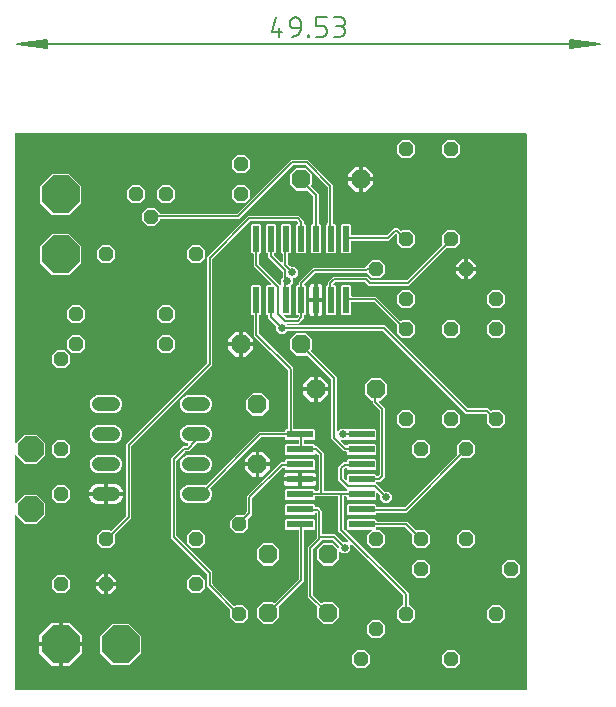
<source format=gbr>
G04 EAGLE Gerber RS-274X export*
G75*
%MOMM*%
%FSLAX34Y34*%
%LPD*%
%INTop Copper*%
%IPPOS*%
%AMOC8*
5,1,8,0,0,1.08239X$1,22.5*%
G01*
%ADD10C,0.130000*%
%ADD11C,0.130000*%
%ADD12C,0.152400*%
%ADD13P,1.732040X8X202.500000*%
%ADD14P,1.732040X8X292.500000*%
%ADD15P,1.732040X8X22.500000*%
%ADD16P,3.409096X8X292.500000*%
%ADD17P,3.409096X8X202.500000*%
%ADD18P,1.319650X8X292.500000*%
%ADD19P,2.336880X8X22.500000*%
%ADD20P,1.319650X8X202.500000*%
%ADD21P,1.319650X8X112.500000*%
%ADD22P,1.319650X8X22.500000*%
%ADD23C,1.219200*%
%ADD24R,2.200000X0.600000*%
%ADD25R,0.600000X2.200000*%
%ADD26C,0.660400*%

G36*
X444520Y11942D02*
X444520Y11942D01*
X444539Y11940D01*
X444641Y11962D01*
X444743Y11979D01*
X444760Y11988D01*
X444780Y11992D01*
X444869Y12045D01*
X444960Y12094D01*
X444974Y12108D01*
X444991Y12118D01*
X445058Y12197D01*
X445130Y12272D01*
X445138Y12290D01*
X445151Y12305D01*
X445190Y12401D01*
X445233Y12495D01*
X445235Y12515D01*
X445243Y12533D01*
X445261Y12700D01*
X445261Y482600D01*
X445258Y482620D01*
X445260Y482639D01*
X445238Y482741D01*
X445222Y482843D01*
X445212Y482860D01*
X445208Y482880D01*
X445155Y482969D01*
X445106Y483060D01*
X445092Y483074D01*
X445082Y483091D01*
X445003Y483158D01*
X444928Y483230D01*
X444910Y483238D01*
X444895Y483251D01*
X444799Y483290D01*
X444705Y483333D01*
X444685Y483335D01*
X444667Y483343D01*
X444500Y483361D01*
X12700Y483361D01*
X12680Y483358D01*
X12661Y483360D01*
X12559Y483338D01*
X12457Y483322D01*
X12440Y483312D01*
X12420Y483308D01*
X12331Y483255D01*
X12240Y483206D01*
X12226Y483192D01*
X12209Y483182D01*
X12142Y483103D01*
X12071Y483028D01*
X12062Y483010D01*
X12049Y482995D01*
X12010Y482899D01*
X11967Y482805D01*
X11965Y482785D01*
X11957Y482767D01*
X11939Y482600D01*
X11939Y431807D01*
X11691Y419115D01*
X11692Y419109D01*
X11691Y419100D01*
X11811Y221571D01*
X11823Y221501D01*
X11825Y221429D01*
X11843Y221380D01*
X11851Y221329D01*
X11885Y221266D01*
X11909Y221198D01*
X11942Y221158D01*
X11966Y221111D01*
X12018Y221062D01*
X12063Y221006D01*
X12107Y220978D01*
X12145Y220942D01*
X12210Y220912D01*
X12270Y220873D01*
X12321Y220861D01*
X12368Y220839D01*
X12439Y220831D01*
X12508Y220813D01*
X12561Y220817D01*
X12613Y220812D01*
X12682Y220827D01*
X12754Y220833D01*
X12802Y220853D01*
X12853Y220864D01*
X12914Y220901D01*
X12980Y220929D01*
X13036Y220974D01*
X13064Y220990D01*
X13079Y221008D01*
X13111Y221034D01*
X20297Y228220D01*
X30503Y228220D01*
X37720Y221003D01*
X37720Y210797D01*
X30503Y203580D01*
X20297Y203580D01*
X13118Y210759D01*
X13059Y210801D01*
X13007Y210851D01*
X12960Y210873D01*
X12918Y210903D01*
X12849Y210924D01*
X12784Y210954D01*
X12733Y210960D01*
X12683Y210975D01*
X12611Y210973D01*
X12540Y210981D01*
X12489Y210970D01*
X12437Y210969D01*
X12369Y210944D01*
X12299Y210929D01*
X12255Y210902D01*
X12206Y210885D01*
X12150Y210839D01*
X12088Y210803D01*
X12055Y210763D01*
X12014Y210731D01*
X11975Y210670D01*
X11928Y210616D01*
X11909Y210568D01*
X11881Y210524D01*
X11864Y210454D01*
X11837Y210387D01*
X11829Y210316D01*
X11821Y210285D01*
X11823Y210262D01*
X11818Y210221D01*
X11842Y170802D01*
X11854Y170732D01*
X11856Y170660D01*
X11874Y170611D01*
X11882Y170560D01*
X11916Y170497D01*
X11940Y170429D01*
X11973Y170389D01*
X11997Y170342D01*
X12049Y170293D01*
X12094Y170237D01*
X12138Y170209D01*
X12176Y170173D01*
X12241Y170143D01*
X12301Y170104D01*
X12352Y170092D01*
X12399Y170070D01*
X12470Y170062D01*
X12539Y170044D01*
X12592Y170048D01*
X12644Y170043D01*
X12713Y170058D01*
X12785Y170063D01*
X12833Y170084D01*
X12884Y170095D01*
X12945Y170132D01*
X13011Y170160D01*
X13067Y170205D01*
X13095Y170221D01*
X13110Y170239D01*
X13142Y170265D01*
X20297Y177420D01*
X30503Y177420D01*
X37720Y170203D01*
X37720Y159997D01*
X30503Y152780D01*
X20297Y152780D01*
X13149Y159928D01*
X13090Y159970D01*
X13038Y160020D01*
X12991Y160042D01*
X12949Y160072D01*
X12880Y160093D01*
X12815Y160123D01*
X12764Y160129D01*
X12714Y160144D01*
X12642Y160142D01*
X12571Y160150D01*
X12520Y160139D01*
X12468Y160138D01*
X12400Y160113D01*
X12330Y160098D01*
X12286Y160071D01*
X12237Y160054D01*
X12181Y160008D01*
X12119Y159972D01*
X12086Y159932D01*
X12045Y159900D01*
X12006Y159839D01*
X11959Y159785D01*
X11940Y159737D01*
X11912Y159693D01*
X11895Y159623D01*
X11868Y159556D01*
X11860Y159485D01*
X11852Y159454D01*
X11854Y159431D01*
X11849Y159390D01*
X11939Y12700D01*
X11942Y12680D01*
X11940Y12661D01*
X11962Y12559D01*
X11979Y12457D01*
X11988Y12439D01*
X11992Y12420D01*
X12045Y12331D01*
X12094Y12240D01*
X12108Y12226D01*
X12118Y12209D01*
X12197Y12142D01*
X12272Y12070D01*
X12290Y12062D01*
X12305Y12049D01*
X12402Y12010D01*
X12495Y11967D01*
X12515Y11965D01*
X12533Y11957D01*
X12700Y11939D01*
X444500Y11939D01*
X444520Y11942D01*
G37*
%LPC*%
G36*
X272914Y67944D02*
X272914Y67944D01*
X267334Y73524D01*
X267334Y81416D01*
X267588Y81669D01*
X267600Y81686D01*
X267615Y81698D01*
X267671Y81785D01*
X267732Y81869D01*
X267737Y81888D01*
X267748Y81905D01*
X267774Y82006D01*
X267804Y82104D01*
X267803Y82124D01*
X267808Y82144D01*
X267800Y82247D01*
X267798Y82350D01*
X267791Y82369D01*
X267789Y82389D01*
X267749Y82484D01*
X267713Y82581D01*
X267701Y82597D01*
X267693Y82615D01*
X267588Y82746D01*
X259841Y90493D01*
X259841Y133535D01*
X261404Y135098D01*
X267238Y140932D01*
X267291Y141006D01*
X267351Y141076D01*
X267363Y141106D01*
X267382Y141132D01*
X267409Y141219D01*
X267443Y141304D01*
X267447Y141345D01*
X267454Y141367D01*
X267453Y141399D01*
X267461Y141470D01*
X267461Y161544D01*
X267458Y161564D01*
X267460Y161583D01*
X267438Y161685D01*
X267422Y161787D01*
X267412Y161804D01*
X267408Y161824D01*
X267355Y161913D01*
X267306Y162004D01*
X267292Y162018D01*
X267282Y162035D01*
X267203Y162102D01*
X267128Y162174D01*
X267110Y162182D01*
X267095Y162195D01*
X266999Y162234D01*
X266905Y162277D01*
X266885Y162279D01*
X266867Y162287D01*
X266700Y162305D01*
X266686Y162305D01*
X266672Y162303D01*
X266661Y162304D01*
X266656Y162303D01*
X266647Y162304D01*
X266545Y162282D01*
X266443Y162266D01*
X266426Y162256D01*
X266406Y162252D01*
X266317Y162199D01*
X266226Y162150D01*
X266212Y162136D01*
X266195Y162126D01*
X266128Y162047D01*
X266056Y161972D01*
X266048Y161954D01*
X266035Y161939D01*
X265996Y161843D01*
X265953Y161749D01*
X265951Y161729D01*
X265943Y161711D01*
X265925Y161544D01*
X265925Y161468D01*
X265032Y160575D01*
X241768Y160575D01*
X240875Y161468D01*
X240875Y168732D01*
X241768Y169625D01*
X265032Y169625D01*
X265925Y168732D01*
X265925Y167640D01*
X265928Y167620D01*
X265926Y167601D01*
X265948Y167499D01*
X265964Y167397D01*
X265974Y167380D01*
X265978Y167360D01*
X266031Y167271D01*
X266080Y167180D01*
X266094Y167166D01*
X266104Y167149D01*
X266183Y167082D01*
X266258Y167010D01*
X266276Y167002D01*
X266291Y166989D01*
X266387Y166950D01*
X266481Y166907D01*
X266501Y166905D01*
X266519Y166897D01*
X266686Y166879D01*
X269171Y166879D01*
X270472Y165578D01*
X272035Y164015D01*
X272035Y144780D01*
X272038Y144760D01*
X272036Y144741D01*
X272058Y144639D01*
X272074Y144537D01*
X272084Y144520D01*
X272088Y144500D01*
X272141Y144411D01*
X272190Y144320D01*
X272204Y144306D01*
X272214Y144289D01*
X272293Y144222D01*
X272368Y144150D01*
X272386Y144142D01*
X272401Y144129D01*
X272497Y144090D01*
X272591Y144047D01*
X272611Y144045D01*
X272629Y144037D01*
X272796Y144019D01*
X282887Y144019D01*
X289268Y137638D01*
X289342Y137585D01*
X289412Y137525D01*
X289442Y137513D01*
X289468Y137494D01*
X289555Y137467D01*
X289640Y137433D01*
X289681Y137429D01*
X289703Y137422D01*
X289735Y137423D01*
X289807Y137415D01*
X293378Y137415D01*
X293448Y137426D01*
X293520Y137428D01*
X293569Y137446D01*
X293620Y137454D01*
X293684Y137488D01*
X293751Y137513D01*
X293792Y137545D01*
X293838Y137570D01*
X293887Y137622D01*
X293943Y137666D01*
X293971Y137710D01*
X294007Y137748D01*
X294037Y137813D01*
X294076Y137873D01*
X294089Y137924D01*
X294111Y137971D01*
X294119Y138042D01*
X294136Y138112D01*
X294132Y138164D01*
X294138Y138215D01*
X294123Y138286D01*
X294117Y138357D01*
X294097Y138405D01*
X294086Y138456D01*
X294049Y138517D01*
X294021Y138583D01*
X293976Y138639D01*
X293959Y138667D01*
X293942Y138682D01*
X293916Y138714D01*
X287312Y145318D01*
X285749Y146881D01*
X285749Y175260D01*
X285746Y175280D01*
X285748Y175299D01*
X285726Y175401D01*
X285710Y175503D01*
X285700Y175520D01*
X285696Y175540D01*
X285643Y175629D01*
X285594Y175720D01*
X285580Y175734D01*
X285570Y175751D01*
X285491Y175818D01*
X285416Y175890D01*
X285398Y175898D01*
X285383Y175911D01*
X285287Y175950D01*
X285193Y175993D01*
X285173Y175995D01*
X285155Y176003D01*
X284988Y176021D01*
X266686Y176021D01*
X266666Y176018D01*
X266647Y176020D01*
X266545Y175998D01*
X266443Y175982D01*
X266426Y175972D01*
X266406Y175968D01*
X266317Y175915D01*
X266226Y175866D01*
X266212Y175852D01*
X266195Y175842D01*
X266128Y175763D01*
X266056Y175688D01*
X266048Y175670D01*
X266035Y175655D01*
X265996Y175559D01*
X265953Y175465D01*
X265951Y175445D01*
X265943Y175427D01*
X265925Y175260D01*
X265925Y174168D01*
X265032Y173275D01*
X241768Y173275D01*
X240875Y174168D01*
X240875Y181432D01*
X241768Y182325D01*
X265032Y182325D01*
X265925Y181432D01*
X265925Y181356D01*
X265928Y181336D01*
X265926Y181317D01*
X265948Y181215D01*
X265964Y181113D01*
X265974Y181096D01*
X265978Y181076D01*
X266031Y180987D01*
X266080Y180896D01*
X266094Y180882D01*
X266104Y180865D01*
X266183Y180798D01*
X266258Y180726D01*
X266276Y180718D01*
X266291Y180705D01*
X266387Y180666D01*
X266481Y180623D01*
X266501Y180621D01*
X266519Y180613D01*
X266686Y180595D01*
X268224Y180595D01*
X268244Y180598D01*
X268263Y180596D01*
X268365Y180618D01*
X268467Y180634D01*
X268484Y180644D01*
X268504Y180648D01*
X268593Y180701D01*
X268684Y180750D01*
X268698Y180764D01*
X268715Y180774D01*
X268782Y180853D01*
X268854Y180928D01*
X268862Y180946D01*
X268875Y180961D01*
X268914Y181057D01*
X268957Y181151D01*
X268959Y181171D01*
X268967Y181189D01*
X268985Y181356D01*
X268985Y210573D01*
X268971Y210664D01*
X268963Y210754D01*
X268951Y210784D01*
X268946Y210816D01*
X268903Y210897D01*
X268867Y210981D01*
X268841Y211013D01*
X268830Y211034D01*
X268807Y211056D01*
X268762Y211112D01*
X267224Y212650D01*
X267166Y212692D01*
X267114Y212741D01*
X267067Y212763D01*
X267025Y212793D01*
X266956Y212814D01*
X266891Y212845D01*
X266839Y212850D01*
X266789Y212866D01*
X266718Y212864D01*
X266647Y212872D01*
X266596Y212861D01*
X266544Y212859D01*
X266476Y212835D01*
X266406Y212820D01*
X266361Y212793D01*
X266313Y212775D01*
X266257Y212730D01*
X266195Y212693D01*
X266161Y212654D01*
X266121Y212621D01*
X266082Y212561D01*
X266035Y212506D01*
X266016Y212458D01*
X265988Y212414D01*
X265970Y212345D01*
X265949Y212293D01*
X265032Y211375D01*
X241768Y211375D01*
X240875Y212268D01*
X240875Y219532D01*
X241768Y220425D01*
X251460Y220425D01*
X251480Y220428D01*
X251499Y220426D01*
X251601Y220448D01*
X251703Y220464D01*
X251720Y220474D01*
X251740Y220478D01*
X251829Y220531D01*
X251920Y220580D01*
X251934Y220594D01*
X251951Y220604D01*
X252018Y220683D01*
X252090Y220758D01*
X252098Y220776D01*
X252111Y220791D01*
X252150Y220887D01*
X252193Y220981D01*
X252195Y221001D01*
X252203Y221019D01*
X252221Y221186D01*
X252221Y223314D01*
X252218Y223334D01*
X252220Y223353D01*
X252198Y223455D01*
X252182Y223557D01*
X252172Y223574D01*
X252168Y223594D01*
X252115Y223683D01*
X252066Y223774D01*
X252052Y223788D01*
X252042Y223805D01*
X251963Y223872D01*
X251888Y223944D01*
X251870Y223952D01*
X251855Y223965D01*
X251759Y224004D01*
X251665Y224047D01*
X251645Y224049D01*
X251627Y224057D01*
X251460Y224075D01*
X241768Y224075D01*
X240875Y224968D01*
X240875Y225552D01*
X240872Y225572D01*
X240874Y225591D01*
X240852Y225693D01*
X240836Y225795D01*
X240826Y225812D01*
X240822Y225832D01*
X240769Y225921D01*
X240720Y226012D01*
X240706Y226026D01*
X240696Y226043D01*
X240617Y226110D01*
X240542Y226182D01*
X240524Y226190D01*
X240509Y226203D01*
X240413Y226242D01*
X240319Y226285D01*
X240299Y226287D01*
X240281Y226295D01*
X240114Y226313D01*
X220719Y226313D01*
X220628Y226299D01*
X220538Y226291D01*
X220508Y226279D01*
X220476Y226274D01*
X220395Y226231D01*
X220311Y226195D01*
X220279Y226169D01*
X220258Y226158D01*
X220236Y226135D01*
X220180Y226090D01*
X177470Y183380D01*
X177458Y183364D01*
X177443Y183351D01*
X177387Y183264D01*
X177326Y183180D01*
X177321Y183161D01*
X177310Y183144D01*
X177284Y183044D01*
X177254Y182945D01*
X177255Y182925D01*
X177250Y182906D01*
X177258Y182803D01*
X177260Y182699D01*
X177267Y182681D01*
X177269Y182661D01*
X177309Y182566D01*
X177345Y182468D01*
X177357Y182453D01*
X177365Y182434D01*
X177470Y182303D01*
X177657Y182117D01*
X178817Y179316D01*
X178817Y176284D01*
X177657Y173483D01*
X175513Y171339D01*
X172712Y170179D01*
X157488Y170179D01*
X154687Y171339D01*
X152543Y173483D01*
X151383Y176284D01*
X151383Y179316D01*
X152543Y182117D01*
X154687Y184261D01*
X157488Y185421D01*
X172727Y185421D01*
X172818Y185435D01*
X172908Y185443D01*
X172938Y185455D01*
X172970Y185460D01*
X173051Y185503D01*
X173135Y185539D01*
X173167Y185565D01*
X173188Y185576D01*
X173210Y185599D01*
X173266Y185644D01*
X218509Y230887D01*
X240114Y230887D01*
X240134Y230890D01*
X240153Y230888D01*
X240255Y230910D01*
X240357Y230926D01*
X240374Y230936D01*
X240394Y230940D01*
X240483Y230993D01*
X240574Y231042D01*
X240588Y231056D01*
X240605Y231066D01*
X240672Y231145D01*
X240744Y231220D01*
X240752Y231238D01*
X240765Y231253D01*
X240804Y231349D01*
X240847Y231443D01*
X240849Y231463D01*
X240857Y231481D01*
X240875Y231648D01*
X240875Y232232D01*
X241768Y233125D01*
X242316Y233125D01*
X242336Y233128D01*
X242355Y233126D01*
X242457Y233148D01*
X242559Y233164D01*
X242576Y233174D01*
X242596Y233178D01*
X242685Y233231D01*
X242776Y233280D01*
X242790Y233294D01*
X242807Y233304D01*
X242874Y233383D01*
X242946Y233458D01*
X242954Y233476D01*
X242967Y233491D01*
X243006Y233587D01*
X243049Y233681D01*
X243051Y233701D01*
X243059Y233719D01*
X243077Y233886D01*
X243077Y282202D01*
X243075Y282214D01*
X243076Y282222D01*
X243067Y282265D01*
X243063Y282292D01*
X243055Y282383D01*
X243043Y282412D01*
X243038Y282444D01*
X242995Y282525D01*
X242959Y282609D01*
X242933Y282641D01*
X242922Y282662D01*
X242899Y282684D01*
X242854Y282740D01*
X215684Y309910D01*
X214121Y311473D01*
X214121Y329014D01*
X214118Y329034D01*
X214120Y329053D01*
X214098Y329155D01*
X214082Y329257D01*
X214072Y329274D01*
X214068Y329294D01*
X214015Y329383D01*
X213966Y329474D01*
X213952Y329488D01*
X213942Y329505D01*
X213863Y329572D01*
X213788Y329644D01*
X213770Y329652D01*
X213755Y329665D01*
X213659Y329704D01*
X213565Y329747D01*
X213545Y329749D01*
X213527Y329757D01*
X213360Y329775D01*
X212268Y329775D01*
X211375Y330668D01*
X211375Y353932D01*
X212268Y354825D01*
X219532Y354825D01*
X220425Y353932D01*
X220425Y330668D01*
X219532Y329775D01*
X219456Y329775D01*
X219436Y329772D01*
X219417Y329774D01*
X219315Y329752D01*
X219213Y329736D01*
X219196Y329726D01*
X219176Y329722D01*
X219087Y329669D01*
X218996Y329620D01*
X218982Y329606D01*
X218965Y329596D01*
X218898Y329517D01*
X218826Y329442D01*
X218818Y329424D01*
X218805Y329409D01*
X218766Y329313D01*
X218723Y329219D01*
X218721Y329199D01*
X218713Y329181D01*
X218695Y329014D01*
X218695Y313682D01*
X218709Y313592D01*
X218717Y313501D01*
X218729Y313472D01*
X218734Y313440D01*
X218777Y313359D01*
X218813Y313275D01*
X218839Y313243D01*
X218850Y313222D01*
X218873Y313200D01*
X218918Y313144D01*
X246088Y285974D01*
X247651Y284411D01*
X247651Y233886D01*
X247654Y233866D01*
X247652Y233847D01*
X247674Y233745D01*
X247690Y233643D01*
X247700Y233626D01*
X247704Y233606D01*
X247757Y233517D01*
X247806Y233426D01*
X247820Y233412D01*
X247830Y233395D01*
X247909Y233328D01*
X247984Y233256D01*
X248002Y233248D01*
X248017Y233235D01*
X248113Y233196D01*
X248207Y233153D01*
X248227Y233151D01*
X248245Y233143D01*
X248412Y233125D01*
X265032Y233125D01*
X265925Y232232D01*
X265925Y224968D01*
X265032Y224075D01*
X257556Y224075D01*
X257536Y224072D01*
X257517Y224074D01*
X257415Y224052D01*
X257313Y224036D01*
X257296Y224026D01*
X257276Y224022D01*
X257187Y223969D01*
X257096Y223920D01*
X257082Y223906D01*
X257065Y223896D01*
X256998Y223817D01*
X256926Y223742D01*
X256918Y223724D01*
X256905Y223709D01*
X256866Y223613D01*
X256823Y223519D01*
X256821Y223499D01*
X256813Y223481D01*
X256795Y223314D01*
X256795Y221186D01*
X256798Y221166D01*
X256796Y221147D01*
X256818Y221045D01*
X256834Y220943D01*
X256844Y220926D01*
X256848Y220906D01*
X256901Y220817D01*
X256950Y220726D01*
X256964Y220712D01*
X256974Y220695D01*
X257053Y220628D01*
X257128Y220556D01*
X257146Y220548D01*
X257161Y220535D01*
X257257Y220496D01*
X257351Y220453D01*
X257371Y220451D01*
X257389Y220443D01*
X257556Y220425D01*
X265032Y220425D01*
X265925Y219532D01*
X265925Y219456D01*
X265928Y219436D01*
X265926Y219417D01*
X265948Y219315D01*
X265964Y219213D01*
X265974Y219196D01*
X265978Y219176D01*
X266031Y219087D01*
X266080Y218996D01*
X266094Y218982D01*
X266104Y218965D01*
X266183Y218898D01*
X266258Y218826D01*
X266276Y218818D01*
X266291Y218805D01*
X266387Y218766D01*
X266481Y218723D01*
X266501Y218721D01*
X266519Y218713D01*
X266686Y218695D01*
X267647Y218695D01*
X273559Y212783D01*
X273559Y181356D01*
X273562Y181336D01*
X273560Y181317D01*
X273582Y181215D01*
X273598Y181113D01*
X273608Y181096D01*
X273612Y181076D01*
X273665Y180987D01*
X273714Y180896D01*
X273728Y180882D01*
X273738Y180865D01*
X273817Y180798D01*
X273892Y180726D01*
X273910Y180718D01*
X273925Y180705D01*
X274021Y180666D01*
X274115Y180623D01*
X274135Y180621D01*
X274153Y180613D01*
X274320Y180595D01*
X292114Y180595D01*
X292134Y180598D01*
X292153Y180596D01*
X292255Y180618D01*
X292357Y180634D01*
X292374Y180644D01*
X292394Y180648D01*
X292483Y180701D01*
X292574Y180750D01*
X292588Y180764D01*
X292605Y180774D01*
X292672Y180853D01*
X292744Y180928D01*
X292752Y180946D01*
X292765Y180961D01*
X292804Y181057D01*
X292847Y181151D01*
X292849Y181171D01*
X292857Y181189D01*
X292875Y181356D01*
X292875Y181440D01*
X292918Y181506D01*
X292978Y181591D01*
X292984Y181610D01*
X292995Y181626D01*
X293020Y181727D01*
X293051Y181826D01*
X293050Y181846D01*
X293055Y181865D01*
X293047Y181968D01*
X293044Y182072D01*
X293037Y182090D01*
X293036Y182110D01*
X292995Y182205D01*
X292960Y182303D01*
X292947Y182318D01*
X292939Y182336D01*
X292835Y182467D01*
X285749Y189553D01*
X285749Y200591D01*
X290137Y204979D01*
X292114Y204979D01*
X292134Y204982D01*
X292153Y204980D01*
X292255Y205002D01*
X292357Y205018D01*
X292374Y205028D01*
X292394Y205032D01*
X292483Y205085D01*
X292574Y205134D01*
X292588Y205148D01*
X292605Y205158D01*
X292672Y205237D01*
X292744Y205312D01*
X292752Y205330D01*
X292765Y205345D01*
X292804Y205441D01*
X292847Y205535D01*
X292849Y205555D01*
X292857Y205573D01*
X292875Y205740D01*
X292875Y206832D01*
X293768Y207725D01*
X317032Y207725D01*
X317925Y206832D01*
X317925Y199568D01*
X317032Y198675D01*
X293768Y198675D01*
X292846Y199598D01*
X292844Y199603D01*
X292836Y199654D01*
X292802Y199718D01*
X292777Y199785D01*
X292745Y199826D01*
X292720Y199872D01*
X292668Y199921D01*
X292624Y199977D01*
X292580Y200005D01*
X292542Y200041D01*
X292477Y200071D01*
X292417Y200110D01*
X292366Y200123D01*
X292319Y200145D01*
X292248Y200153D01*
X292178Y200170D01*
X292126Y200166D01*
X292075Y200172D01*
X292004Y200157D01*
X291933Y200151D01*
X291885Y200131D01*
X291834Y200120D01*
X291773Y200083D01*
X291707Y200055D01*
X291651Y200010D01*
X291623Y199993D01*
X291608Y199976D01*
X291576Y199950D01*
X290546Y198920D01*
X290493Y198846D01*
X290433Y198776D01*
X290421Y198746D01*
X290402Y198720D01*
X290375Y198633D01*
X290341Y198548D01*
X290337Y198507D01*
X290330Y198485D01*
X290331Y198453D01*
X290323Y198381D01*
X290323Y191763D01*
X290337Y191673D01*
X290345Y191582D01*
X290357Y191552D01*
X290362Y191520D01*
X290405Y191439D01*
X290441Y191355D01*
X290467Y191323D01*
X290478Y191302D01*
X290501Y191280D01*
X290546Y191224D01*
X291576Y190194D01*
X291634Y190152D01*
X291686Y190103D01*
X291733Y190081D01*
X291775Y190051D01*
X291844Y190030D01*
X291909Y189999D01*
X291961Y189994D01*
X292011Y189978D01*
X292082Y189980D01*
X292153Y189972D01*
X292204Y189983D01*
X292256Y189985D01*
X292324Y190009D01*
X292394Y190024D01*
X292439Y190051D01*
X292487Y190069D01*
X292543Y190114D01*
X292605Y190151D01*
X292639Y190190D01*
X292679Y190223D01*
X292718Y190283D01*
X292765Y190338D01*
X292784Y190386D01*
X292812Y190430D01*
X292830Y190499D01*
X292857Y190566D01*
X292865Y190637D01*
X292873Y190668D01*
X292871Y190692D01*
X292875Y190732D01*
X292875Y194132D01*
X293768Y195025D01*
X317032Y195025D01*
X317925Y194132D01*
X317925Y193548D01*
X317928Y193528D01*
X317926Y193509D01*
X317948Y193407D01*
X317964Y193305D01*
X317974Y193288D01*
X317978Y193268D01*
X318031Y193179D01*
X318080Y193088D01*
X318094Y193074D01*
X318104Y193057D01*
X318183Y192990D01*
X318258Y192918D01*
X318276Y192910D01*
X318291Y192897D01*
X318387Y192858D01*
X318481Y192815D01*
X318501Y192813D01*
X318519Y192805D01*
X318686Y192787D01*
X318777Y192787D01*
X318868Y192801D01*
X318958Y192809D01*
X318988Y192821D01*
X319020Y192826D01*
X319101Y192869D01*
X319185Y192905D01*
X319217Y192931D01*
X319238Y192942D01*
X319260Y192965D01*
X319316Y193010D01*
X320578Y194272D01*
X320631Y194346D01*
X320691Y194416D01*
X320703Y194446D01*
X320722Y194472D01*
X320749Y194559D01*
X320783Y194644D01*
X320787Y194685D01*
X320794Y194707D01*
X320793Y194739D01*
X320801Y194811D01*
X320801Y248673D01*
X320787Y248764D01*
X320779Y248854D01*
X320767Y248884D01*
X320762Y248916D01*
X320719Y248997D01*
X320683Y249081D01*
X320657Y249113D01*
X320646Y249134D01*
X320623Y249156D01*
X320616Y249165D01*
X320608Y249178D01*
X320599Y249186D01*
X320578Y249212D01*
X314705Y255085D01*
X314705Y256413D01*
X314702Y256433D01*
X314704Y256452D01*
X314682Y256554D01*
X314666Y256656D01*
X314656Y256673D01*
X314652Y256693D01*
X314599Y256782D01*
X314550Y256873D01*
X314536Y256887D01*
X314526Y256904D01*
X314447Y256971D01*
X314372Y257043D01*
X314354Y257051D01*
X314339Y257064D01*
X314243Y257103D01*
X314149Y257146D01*
X314129Y257148D01*
X314111Y257156D01*
X313944Y257174D01*
X313554Y257174D01*
X307974Y262754D01*
X307974Y270646D01*
X313554Y276226D01*
X321446Y276226D01*
X327026Y270646D01*
X327026Y262754D01*
X321446Y257174D01*
X320921Y257174D01*
X320851Y257163D01*
X320779Y257161D01*
X320730Y257143D01*
X320679Y257135D01*
X320615Y257101D01*
X320548Y257076D01*
X320507Y257044D01*
X320461Y257019D01*
X320412Y256967D01*
X320356Y256923D01*
X320328Y256879D01*
X320292Y256841D01*
X320262Y256776D01*
X320223Y256716D01*
X320210Y256665D01*
X320188Y256618D01*
X320180Y256547D01*
X320163Y256477D01*
X320167Y256425D01*
X320161Y256374D01*
X320176Y256303D01*
X320182Y256232D01*
X320202Y256184D01*
X320213Y256133D01*
X320250Y256072D01*
X320278Y256006D01*
X320323Y255950D01*
X320340Y255922D01*
X320357Y255907D01*
X320383Y255875D01*
X325375Y250883D01*
X325375Y192601D01*
X320987Y188213D01*
X318686Y188213D01*
X318666Y188210D01*
X318647Y188212D01*
X318545Y188190D01*
X318443Y188174D01*
X318426Y188164D01*
X318406Y188160D01*
X318317Y188107D01*
X318226Y188058D01*
X318212Y188044D01*
X318195Y188034D01*
X318128Y187955D01*
X318056Y187880D01*
X318048Y187862D01*
X318035Y187847D01*
X317996Y187751D01*
X317953Y187657D01*
X317951Y187637D01*
X317943Y187619D01*
X317925Y187452D01*
X317925Y187021D01*
X317928Y187003D01*
X317926Y186987D01*
X317940Y186920D01*
X317947Y186840D01*
X317959Y186810D01*
X317964Y186778D01*
X317976Y186756D01*
X317978Y186746D01*
X318005Y186702D01*
X318007Y186697D01*
X318043Y186613D01*
X318069Y186581D01*
X318080Y186560D01*
X318102Y186539D01*
X318104Y186535D01*
X318107Y186533D01*
X318148Y186482D01*
X324320Y180310D01*
X324394Y180257D01*
X324464Y180197D01*
X324494Y180185D01*
X324520Y180166D01*
X324607Y180139D01*
X324692Y180105D01*
X324733Y180101D01*
X324755Y180094D01*
X324787Y180095D01*
X324859Y180087D01*
X328135Y180087D01*
X330963Y177259D01*
X330963Y173261D01*
X328135Y170433D01*
X324137Y170433D01*
X321309Y173261D01*
X321309Y176537D01*
X321295Y176628D01*
X321287Y176718D01*
X321275Y176748D01*
X321270Y176780D01*
X321227Y176861D01*
X321191Y176945D01*
X321165Y176977D01*
X321154Y176998D01*
X321131Y177020D01*
X321086Y177076D01*
X319224Y178938D01*
X319166Y178980D01*
X319114Y179029D01*
X319067Y179051D01*
X319025Y179081D01*
X318956Y179102D01*
X318891Y179133D01*
X318839Y179138D01*
X318789Y179154D01*
X318718Y179152D01*
X318647Y179160D01*
X318596Y179149D01*
X318544Y179147D01*
X318476Y179123D01*
X318406Y179108D01*
X318361Y179081D01*
X318313Y179063D01*
X318257Y179018D01*
X318195Y178981D01*
X318161Y178942D01*
X318121Y178909D01*
X318082Y178849D01*
X318035Y178794D01*
X318016Y178746D01*
X317988Y178702D01*
X317970Y178633D01*
X317943Y178566D01*
X317935Y178495D01*
X317927Y178464D01*
X317929Y178440D01*
X317925Y178400D01*
X317925Y174168D01*
X317032Y173275D01*
X293768Y173275D01*
X292875Y174168D01*
X292875Y175260D01*
X292872Y175280D01*
X292874Y175299D01*
X292852Y175401D01*
X292836Y175503D01*
X292826Y175520D01*
X292822Y175540D01*
X292769Y175629D01*
X292720Y175720D01*
X292706Y175734D01*
X292696Y175751D01*
X292617Y175818D01*
X292542Y175890D01*
X292524Y175898D01*
X292509Y175911D01*
X292413Y175950D01*
X292319Y175993D01*
X292299Y175995D01*
X292281Y176003D01*
X292114Y176021D01*
X291084Y176021D01*
X291064Y176018D01*
X291045Y176020D01*
X290943Y175998D01*
X290841Y175982D01*
X290824Y175972D01*
X290804Y175968D01*
X290715Y175915D01*
X290624Y175866D01*
X290610Y175852D01*
X290593Y175842D01*
X290526Y175763D01*
X290454Y175688D01*
X290446Y175670D01*
X290433Y175655D01*
X290394Y175559D01*
X290351Y175465D01*
X290349Y175445D01*
X290341Y175427D01*
X290323Y175260D01*
X290323Y149091D01*
X290337Y149000D01*
X290345Y148910D01*
X290357Y148880D01*
X290362Y148848D01*
X290405Y148767D01*
X290441Y148683D01*
X290467Y148651D01*
X290478Y148630D01*
X290501Y148608D01*
X290546Y148552D01*
X345187Y93911D01*
X345187Y84582D01*
X345190Y84562D01*
X345188Y84543D01*
X345210Y84441D01*
X345226Y84339D01*
X345236Y84322D01*
X345240Y84302D01*
X345293Y84213D01*
X345342Y84122D01*
X345356Y84108D01*
X345366Y84091D01*
X345445Y84024D01*
X345520Y83952D01*
X345538Y83944D01*
X345553Y83931D01*
X345649Y83892D01*
X345743Y83849D01*
X345763Y83847D01*
X345781Y83839D01*
X345948Y83821D01*
X346057Y83821D01*
X350521Y79357D01*
X350521Y73043D01*
X346057Y68579D01*
X339743Y68579D01*
X335279Y73043D01*
X335279Y79357D01*
X339743Y83821D01*
X339852Y83821D01*
X339872Y83824D01*
X339891Y83822D01*
X339993Y83844D01*
X340095Y83860D01*
X340112Y83870D01*
X340132Y83874D01*
X340221Y83927D01*
X340312Y83976D01*
X340326Y83990D01*
X340343Y84000D01*
X340410Y84079D01*
X340482Y84154D01*
X340490Y84172D01*
X340503Y84187D01*
X340542Y84283D01*
X340585Y84377D01*
X340587Y84397D01*
X340595Y84415D01*
X340613Y84582D01*
X340613Y91701D01*
X340599Y91792D01*
X340591Y91882D01*
X340579Y91912D01*
X340574Y91944D01*
X340531Y92025D01*
X340495Y92109D01*
X340469Y92141D01*
X340458Y92162D01*
X340435Y92184D01*
X340390Y92240D01*
X297210Y135420D01*
X297152Y135462D01*
X297100Y135511D01*
X297053Y135533D01*
X297011Y135563D01*
X296942Y135584D01*
X296877Y135615D01*
X296825Y135620D01*
X296775Y135636D01*
X296704Y135634D01*
X296633Y135642D01*
X296582Y135631D01*
X296530Y135629D01*
X296462Y135605D01*
X296392Y135590D01*
X296347Y135563D01*
X296299Y135545D01*
X296243Y135500D01*
X296181Y135463D01*
X296147Y135424D01*
X296107Y135391D01*
X296068Y135331D01*
X296021Y135276D01*
X296002Y135228D01*
X295974Y135184D01*
X295956Y135115D01*
X295929Y135048D01*
X295921Y134977D01*
X295913Y134946D01*
X295915Y134922D01*
X295911Y134882D01*
X295911Y130589D01*
X293083Y127761D01*
X289085Y127761D01*
X287685Y129161D01*
X287627Y129203D01*
X287575Y129252D01*
X287528Y129274D01*
X287486Y129304D01*
X287417Y129325D01*
X287352Y129356D01*
X287300Y129361D01*
X287250Y129377D01*
X287179Y129375D01*
X287108Y129383D01*
X287057Y129372D01*
X287005Y129370D01*
X286937Y129346D01*
X286867Y129330D01*
X286822Y129304D01*
X286774Y129286D01*
X286718Y129241D01*
X286656Y129204D01*
X286622Y129165D01*
X286582Y129132D01*
X286543Y129072D01*
X286496Y129017D01*
X286477Y128969D01*
X286449Y128925D01*
X286431Y128856D01*
X286404Y128789D01*
X286396Y128718D01*
X286388Y128687D01*
X286390Y128663D01*
X286386Y128622D01*
X286386Y123054D01*
X280806Y117474D01*
X272914Y117474D01*
X267334Y123054D01*
X267334Y130946D01*
X272914Y136526D01*
X280806Y136526D01*
X284958Y132374D01*
X285016Y132332D01*
X285068Y132282D01*
X285115Y132261D01*
X285157Y132230D01*
X285226Y132209D01*
X285291Y132179D01*
X285343Y132173D01*
X285393Y132158D01*
X285464Y132160D01*
X285535Y132152D01*
X285586Y132163D01*
X285638Y132164D01*
X285706Y132189D01*
X285776Y132204D01*
X285821Y132231D01*
X285869Y132249D01*
X285925Y132293D01*
X285987Y132330D01*
X286021Y132370D01*
X286061Y132402D01*
X286100Y132463D01*
X286147Y132517D01*
X286166Y132565D01*
X286194Y132609D01*
X286212Y132679D01*
X286239Y132745D01*
X286247Y132817D01*
X286255Y132848D01*
X286253Y132871D01*
X286257Y132912D01*
X286257Y133865D01*
X286243Y133956D01*
X286235Y134046D01*
X286223Y134076D01*
X286218Y134108D01*
X286175Y134189D01*
X286139Y134273D01*
X286113Y134305D01*
X286102Y134326D01*
X286079Y134348D01*
X286034Y134404D01*
X281216Y139222D01*
X281142Y139275D01*
X281072Y139335D01*
X281042Y139347D01*
X281016Y139366D01*
X280929Y139393D01*
X280844Y139427D01*
X280803Y139431D01*
X280781Y139438D01*
X280749Y139437D01*
X280677Y139445D01*
X272534Y139445D01*
X272444Y139431D01*
X272353Y139423D01*
X272324Y139411D01*
X272292Y139406D01*
X272211Y139363D01*
X272127Y139327D01*
X272095Y139301D01*
X272074Y139290D01*
X272052Y139267D01*
X271996Y139222D01*
X264638Y131864D01*
X264585Y131790D01*
X264525Y131720D01*
X264513Y131690D01*
X264494Y131664D01*
X264467Y131577D01*
X264433Y131492D01*
X264429Y131451D01*
X264422Y131429D01*
X264423Y131397D01*
X264415Y131325D01*
X264415Y92703D01*
X264429Y92612D01*
X264437Y92522D01*
X264449Y92492D01*
X264454Y92460D01*
X264497Y92379D01*
X264533Y92295D01*
X264559Y92263D01*
X264570Y92242D01*
X264593Y92220D01*
X264638Y92164D01*
X270822Y85980D01*
X270838Y85968D01*
X270851Y85953D01*
X270927Y85904D01*
X270942Y85890D01*
X270952Y85887D01*
X271022Y85836D01*
X271041Y85831D01*
X271057Y85820D01*
X271158Y85794D01*
X271257Y85764D01*
X271277Y85765D01*
X271296Y85760D01*
X271399Y85768D01*
X271503Y85770D01*
X271521Y85777D01*
X271541Y85779D01*
X271636Y85819D01*
X271734Y85855D01*
X271749Y85867D01*
X271768Y85875D01*
X271840Y85933D01*
X271843Y85935D01*
X271847Y85939D01*
X271899Y85980D01*
X272914Y86996D01*
X280806Y86996D01*
X286386Y81416D01*
X286386Y73524D01*
X280806Y67944D01*
X272914Y67944D01*
G37*
%LPD*%
%LPC*%
G36*
X415943Y233679D02*
X415943Y233679D01*
X411479Y238143D01*
X411479Y244582D01*
X411487Y244615D01*
X411518Y244714D01*
X411517Y244734D01*
X411522Y244753D01*
X411514Y244857D01*
X411512Y244960D01*
X411505Y244979D01*
X411503Y244999D01*
X411463Y245094D01*
X411427Y245191D01*
X411415Y245207D01*
X411407Y245225D01*
X411302Y245356D01*
X410756Y245902D01*
X410682Y245956D01*
X410612Y246015D01*
X410582Y246027D01*
X410556Y246046D01*
X410469Y246073D01*
X410384Y246107D01*
X410343Y246111D01*
X410321Y246118D01*
X410289Y246117D01*
X410217Y246125D01*
X393769Y246125D01*
X323888Y316006D01*
X323814Y316059D01*
X323744Y316119D01*
X323714Y316131D01*
X323688Y316150D01*
X323601Y316177D01*
X323516Y316211D01*
X323475Y316215D01*
X323453Y316222D01*
X323421Y316221D01*
X323349Y316229D01*
X242599Y316229D01*
X242509Y316215D01*
X242418Y316207D01*
X242388Y316195D01*
X242356Y316190D01*
X242275Y316147D01*
X242191Y316111D01*
X242159Y316085D01*
X242139Y316074D01*
X242116Y316051D01*
X242060Y316006D01*
X239743Y313689D01*
X235745Y313689D01*
X232917Y316517D01*
X232917Y319793D01*
X232903Y319884D01*
X232895Y319974D01*
X232883Y320004D01*
X232878Y320036D01*
X232835Y320117D01*
X232799Y320201D01*
X232773Y320233D01*
X232762Y320254D01*
X232739Y320276D01*
X232694Y320332D01*
X226313Y326713D01*
X226313Y329014D01*
X226310Y329034D01*
X226312Y329053D01*
X226290Y329155D01*
X226274Y329257D01*
X226264Y329274D01*
X226260Y329294D01*
X226207Y329383D01*
X226158Y329474D01*
X226144Y329488D01*
X226134Y329505D01*
X226055Y329572D01*
X225980Y329644D01*
X225962Y329652D01*
X225947Y329665D01*
X225851Y329704D01*
X225757Y329747D01*
X225737Y329749D01*
X225719Y329757D01*
X225552Y329775D01*
X224968Y329775D01*
X224075Y330668D01*
X224075Y353932D01*
X224968Y354825D01*
X228368Y354825D01*
X228438Y354836D01*
X228510Y354838D01*
X228559Y354856D01*
X228610Y354864D01*
X228674Y354898D01*
X228741Y354923D01*
X228782Y354955D01*
X228828Y354980D01*
X228877Y355032D01*
X228933Y355076D01*
X228961Y355120D01*
X228997Y355158D01*
X229027Y355223D01*
X229066Y355283D01*
X229079Y355334D01*
X229101Y355381D01*
X229109Y355452D01*
X229126Y355522D01*
X229122Y355574D01*
X229128Y355625D01*
X229113Y355696D01*
X229107Y355767D01*
X229087Y355815D01*
X229076Y355866D01*
X229039Y355927D01*
X229011Y355993D01*
X228966Y356049D01*
X228949Y356077D01*
X228932Y356092D01*
X228906Y356124D01*
X214121Y370909D01*
X214121Y381014D01*
X214118Y381034D01*
X214120Y381053D01*
X214098Y381155D01*
X214082Y381257D01*
X214072Y381274D01*
X214068Y381294D01*
X214015Y381383D01*
X213966Y381474D01*
X213952Y381488D01*
X213942Y381505D01*
X213863Y381572D01*
X213788Y381644D01*
X213770Y381652D01*
X213755Y381665D01*
X213659Y381704D01*
X213565Y381747D01*
X213545Y381749D01*
X213527Y381757D01*
X213360Y381775D01*
X212268Y381775D01*
X211375Y382668D01*
X211375Y405932D01*
X212268Y406825D01*
X219532Y406825D01*
X220425Y405932D01*
X220425Y382668D01*
X219532Y381775D01*
X219456Y381775D01*
X219436Y381772D01*
X219417Y381774D01*
X219315Y381752D01*
X219213Y381736D01*
X219196Y381726D01*
X219176Y381722D01*
X219087Y381669D01*
X218996Y381620D01*
X218982Y381606D01*
X218965Y381596D01*
X218898Y381517D01*
X218826Y381442D01*
X218818Y381424D01*
X218805Y381409D01*
X218766Y381313D01*
X218723Y381219D01*
X218721Y381199D01*
X218713Y381181D01*
X218695Y381014D01*
X218695Y373119D01*
X218709Y373028D01*
X218717Y372938D01*
X218729Y372908D01*
X218734Y372876D01*
X218777Y372795D01*
X218813Y372711D01*
X218839Y372679D01*
X218850Y372658D01*
X218873Y372636D01*
X218918Y372580D01*
X235420Y356078D01*
X236190Y355308D01*
X236248Y355266D01*
X236300Y355217D01*
X236347Y355195D01*
X236389Y355165D01*
X236458Y355144D01*
X236523Y355113D01*
X236575Y355108D01*
X236625Y355092D01*
X236696Y355094D01*
X236767Y355086D01*
X236818Y355097D01*
X236870Y355099D01*
X236938Y355123D01*
X237008Y355138D01*
X237053Y355165D01*
X237101Y355183D01*
X237157Y355228D01*
X237219Y355265D01*
X237253Y355304D01*
X237293Y355337D01*
X237332Y355397D01*
X237379Y355452D01*
X237398Y355500D01*
X237426Y355544D01*
X237444Y355613D01*
X237471Y355680D01*
X237479Y355751D01*
X237487Y355782D01*
X237485Y355806D01*
X237489Y355846D01*
X237489Y360139D01*
X238282Y360932D01*
X238335Y361006D01*
X238395Y361076D01*
X238407Y361106D01*
X238426Y361132D01*
X238453Y361219D01*
X238487Y361304D01*
X238491Y361345D01*
X238498Y361367D01*
X238497Y361399D01*
X238505Y361471D01*
X238505Y366021D01*
X238491Y366112D01*
X238483Y366202D01*
X238471Y366232D01*
X238466Y366264D01*
X238423Y366345D01*
X238387Y366429D01*
X238361Y366461D01*
X238350Y366482D01*
X238327Y366504D01*
X238282Y366560D01*
X226313Y378529D01*
X226313Y381014D01*
X226310Y381034D01*
X226312Y381053D01*
X226290Y381155D01*
X226274Y381257D01*
X226264Y381274D01*
X226260Y381294D01*
X226207Y381383D01*
X226158Y381474D01*
X226144Y381488D01*
X226134Y381505D01*
X226055Y381572D01*
X225980Y381644D01*
X225962Y381652D01*
X225947Y381665D01*
X225851Y381704D01*
X225757Y381747D01*
X225737Y381749D01*
X225719Y381757D01*
X225552Y381775D01*
X224968Y381775D01*
X224075Y382668D01*
X224075Y405932D01*
X224968Y406825D01*
X232232Y406825D01*
X233125Y405932D01*
X233125Y382668D01*
X232232Y381775D01*
X231648Y381775D01*
X231628Y381772D01*
X231609Y381774D01*
X231507Y381752D01*
X231405Y381736D01*
X231388Y381726D01*
X231368Y381722D01*
X231279Y381669D01*
X231188Y381620D01*
X231174Y381606D01*
X231157Y381596D01*
X231090Y381517D01*
X231018Y381442D01*
X231010Y381424D01*
X230997Y381409D01*
X230958Y381313D01*
X230915Y381219D01*
X230913Y381199D01*
X230905Y381181D01*
X230887Y381014D01*
X230887Y380739D01*
X230901Y380648D01*
X230909Y380558D01*
X230921Y380528D01*
X230926Y380496D01*
X230969Y380415D01*
X231005Y380331D01*
X231031Y380299D01*
X231042Y380278D01*
X231065Y380256D01*
X231110Y380200D01*
X237206Y374104D01*
X237264Y374062D01*
X237316Y374013D01*
X237363Y373991D01*
X237405Y373961D01*
X237474Y373940D01*
X237539Y373909D01*
X237591Y373904D01*
X237641Y373888D01*
X237712Y373890D01*
X237783Y373882D01*
X237834Y373893D01*
X237886Y373895D01*
X237954Y373919D01*
X238024Y373934D01*
X238069Y373961D01*
X238117Y373979D01*
X238173Y374024D01*
X238235Y374061D01*
X238269Y374100D01*
X238309Y374133D01*
X238348Y374193D01*
X238395Y374248D01*
X238414Y374296D01*
X238442Y374340D01*
X238460Y374409D01*
X238487Y374476D01*
X238495Y374547D01*
X238503Y374578D01*
X238501Y374602D01*
X238505Y374642D01*
X238505Y381014D01*
X238502Y381034D01*
X238504Y381053D01*
X238482Y381155D01*
X238466Y381257D01*
X238456Y381274D01*
X238452Y381294D01*
X238399Y381383D01*
X238350Y381474D01*
X238336Y381488D01*
X238326Y381505D01*
X238247Y381572D01*
X238172Y381644D01*
X238154Y381652D01*
X238139Y381665D01*
X238043Y381704D01*
X237949Y381747D01*
X237929Y381749D01*
X237911Y381757D01*
X237744Y381775D01*
X237668Y381775D01*
X236775Y382668D01*
X236775Y405932D01*
X237668Y406825D01*
X244932Y406825D01*
X245825Y405932D01*
X245825Y382668D01*
X244932Y381775D01*
X243840Y381775D01*
X243820Y381772D01*
X243801Y381774D01*
X243699Y381752D01*
X243597Y381736D01*
X243580Y381726D01*
X243560Y381722D01*
X243471Y381669D01*
X243380Y381620D01*
X243366Y381606D01*
X243349Y381596D01*
X243282Y381517D01*
X243210Y381442D01*
X243202Y381424D01*
X243189Y381409D01*
X243150Y381313D01*
X243107Y381219D01*
X243105Y381199D01*
X243097Y381181D01*
X243079Y381014D01*
X243079Y373119D01*
X243093Y373028D01*
X243101Y372938D01*
X243113Y372908D01*
X243118Y372876D01*
X243161Y372795D01*
X243197Y372711D01*
X243223Y372679D01*
X243234Y372658D01*
X243257Y372636D01*
X243302Y372580D01*
X245072Y370810D01*
X245146Y370757D01*
X245216Y370697D01*
X245246Y370685D01*
X245272Y370666D01*
X245359Y370639D01*
X245444Y370605D01*
X245485Y370601D01*
X245507Y370594D01*
X245539Y370595D01*
X245611Y370587D01*
X248887Y370587D01*
X251715Y367759D01*
X251715Y363761D01*
X248887Y360933D01*
X247904Y360933D01*
X247884Y360930D01*
X247865Y360932D01*
X247763Y360910D01*
X247661Y360894D01*
X247644Y360884D01*
X247624Y360880D01*
X247535Y360827D01*
X247444Y360778D01*
X247430Y360764D01*
X247413Y360754D01*
X247346Y360675D01*
X247274Y360600D01*
X247266Y360582D01*
X247253Y360567D01*
X247214Y360471D01*
X247171Y360377D01*
X247169Y360357D01*
X247161Y360339D01*
X247143Y360172D01*
X247143Y356141D01*
X245917Y354915D01*
X245906Y354899D01*
X245890Y354887D01*
X245834Y354799D01*
X245774Y354716D01*
X245768Y354697D01*
X245757Y354680D01*
X245732Y354579D01*
X245702Y354481D01*
X245702Y354461D01*
X245697Y354441D01*
X245705Y354338D01*
X245708Y354235D01*
X245715Y354216D01*
X245716Y354196D01*
X245757Y354101D01*
X245792Y354004D01*
X245805Y353988D01*
X245813Y353970D01*
X245825Y353955D01*
X245825Y330668D01*
X244932Y329775D01*
X240700Y329775D01*
X240630Y329764D01*
X240558Y329762D01*
X240509Y329744D01*
X240458Y329736D01*
X240394Y329702D01*
X240327Y329677D01*
X240286Y329645D01*
X240240Y329620D01*
X240191Y329568D01*
X240135Y329524D01*
X240107Y329480D01*
X240071Y329442D01*
X240041Y329377D01*
X240002Y329317D01*
X239989Y329266D01*
X239967Y329219D01*
X239959Y329148D01*
X239942Y329078D01*
X239946Y329026D01*
X239940Y328975D01*
X239955Y328904D01*
X239961Y328833D01*
X239981Y328785D01*
X239992Y328734D01*
X240029Y328673D01*
X240057Y328607D01*
X240102Y328551D01*
X240119Y328523D01*
X240136Y328508D01*
X240162Y328476D01*
X241516Y327122D01*
X241590Y327069D01*
X241660Y327009D01*
X241690Y326997D01*
X241716Y326978D01*
X241803Y326951D01*
X241888Y326917D01*
X241929Y326913D01*
X241951Y326906D01*
X241983Y326907D01*
X242055Y326899D01*
X250197Y326899D01*
X250288Y326913D01*
X250378Y326921D01*
X250408Y326933D01*
X250440Y326938D01*
X250521Y326981D01*
X250605Y327017D01*
X250637Y327043D01*
X250658Y327054D01*
X250680Y327077D01*
X250736Y327122D01*
X251998Y328384D01*
X252051Y328458D01*
X252111Y328528D01*
X252123Y328558D01*
X252142Y328584D01*
X252169Y328671D01*
X252203Y328756D01*
X252207Y328797D01*
X252214Y328819D01*
X252213Y328851D01*
X252221Y328923D01*
X252221Y329014D01*
X252218Y329034D01*
X252220Y329053D01*
X252198Y329155D01*
X252182Y329257D01*
X252172Y329274D01*
X252168Y329294D01*
X252115Y329383D01*
X252066Y329474D01*
X252052Y329488D01*
X252042Y329505D01*
X251963Y329572D01*
X251888Y329644D01*
X251870Y329652D01*
X251855Y329665D01*
X251759Y329704D01*
X251665Y329747D01*
X251645Y329749D01*
X251627Y329757D01*
X251460Y329775D01*
X250368Y329775D01*
X249475Y330668D01*
X249475Y353932D01*
X250368Y354825D01*
X251460Y354825D01*
X251480Y354828D01*
X251499Y354826D01*
X251601Y354848D01*
X251703Y354864D01*
X251720Y354874D01*
X251740Y354878D01*
X251829Y354931D01*
X251920Y354980D01*
X251934Y354994D01*
X251951Y355004D01*
X252018Y355083D01*
X252090Y355158D01*
X252098Y355176D01*
X252111Y355191D01*
X252150Y355287D01*
X252193Y355381D01*
X252195Y355401D01*
X252203Y355419D01*
X252221Y355586D01*
X252221Y357563D01*
X264229Y369571D01*
X308109Y369571D01*
X308200Y369585D01*
X308290Y369593D01*
X308320Y369605D01*
X308352Y369610D01*
X308433Y369653D01*
X308517Y369689D01*
X308549Y369715D01*
X308570Y369726D01*
X308592Y369749D01*
X308648Y369794D01*
X309656Y370802D01*
X309709Y370876D01*
X309769Y370946D01*
X309781Y370976D01*
X309800Y371002D01*
X309827Y371089D01*
X309861Y371174D01*
X309865Y371215D01*
X309872Y371237D01*
X309871Y371269D01*
X309879Y371341D01*
X309879Y371457D01*
X314343Y375921D01*
X320657Y375921D01*
X325121Y371457D01*
X325121Y365143D01*
X320657Y360679D01*
X314343Y360679D01*
X310248Y364774D01*
X310174Y364827D01*
X310105Y364887D01*
X310075Y364899D01*
X310049Y364918D01*
X309962Y364945D01*
X309877Y364979D01*
X309836Y364983D01*
X309814Y364990D01*
X309781Y364989D01*
X309710Y364997D01*
X266439Y364997D01*
X266348Y364983D01*
X266258Y364975D01*
X266228Y364963D01*
X266196Y364958D01*
X266115Y364915D01*
X266031Y364879D01*
X265999Y364853D01*
X265978Y364842D01*
X265956Y364819D01*
X265900Y364774D01*
X257250Y356124D01*
X257208Y356066D01*
X257159Y356014D01*
X257137Y355967D01*
X257107Y355925D01*
X257086Y355856D01*
X257055Y355791D01*
X257050Y355739D01*
X257034Y355689D01*
X257036Y355618D01*
X257028Y355547D01*
X257039Y355496D01*
X257041Y355444D01*
X257065Y355376D01*
X257080Y355306D01*
X257107Y355261D01*
X257125Y355213D01*
X257170Y355157D01*
X257207Y355095D01*
X257246Y355061D01*
X257279Y355021D01*
X257339Y354982D01*
X257394Y354935D01*
X257442Y354916D01*
X257486Y354888D01*
X257555Y354870D01*
X257607Y354849D01*
X258525Y353932D01*
X258525Y330668D01*
X257632Y329775D01*
X257556Y329775D01*
X257536Y329772D01*
X257517Y329774D01*
X257415Y329752D01*
X257313Y329736D01*
X257296Y329726D01*
X257276Y329722D01*
X257187Y329669D01*
X257096Y329620D01*
X257082Y329606D01*
X257065Y329596D01*
X256998Y329517D01*
X256926Y329442D01*
X256918Y329424D01*
X256905Y329409D01*
X256866Y329313D01*
X256823Y329219D01*
X256821Y329199D01*
X256813Y329181D01*
X256795Y329014D01*
X256795Y326713D01*
X252407Y322325D01*
X242599Y322325D01*
X242529Y322314D01*
X242458Y322312D01*
X242408Y322294D01*
X242356Y322286D01*
X242293Y322253D01*
X242227Y322228D01*
X242185Y322195D01*
X242138Y322170D01*
X242090Y322119D01*
X242035Y322075D01*
X242006Y322031D01*
X241969Y321992D01*
X241939Y321928D01*
X241901Y321869D01*
X241888Y321817D01*
X241865Y321769D01*
X241858Y321699D01*
X241840Y321630D01*
X241844Y321577D01*
X241838Y321525D01*
X241853Y321455D01*
X241859Y321385D01*
X241879Y321336D01*
X241891Y321284D01*
X241927Y321224D01*
X241954Y321158D01*
X241990Y321119D01*
X242017Y321073D01*
X242070Y321027D01*
X242117Y320974D01*
X242179Y320934D01*
X242204Y320913D01*
X242217Y320908D01*
X242225Y320905D01*
X242258Y320883D01*
X242346Y320856D01*
X242432Y320821D01*
X242471Y320817D01*
X242493Y320810D01*
X242526Y320811D01*
X242599Y320803D01*
X325559Y320803D01*
X395440Y250922D01*
X395514Y250869D01*
X395584Y250809D01*
X395614Y250797D01*
X395640Y250778D01*
X395727Y250751D01*
X395812Y250717D01*
X395853Y250713D01*
X395875Y250706D01*
X395907Y250707D01*
X395979Y250699D01*
X412427Y250699D01*
X414536Y248590D01*
X414552Y248578D01*
X414565Y248563D01*
X414652Y248507D01*
X414736Y248446D01*
X414755Y248440D01*
X414772Y248430D01*
X414872Y248404D01*
X414971Y248374D01*
X414991Y248375D01*
X415010Y248370D01*
X415113Y248378D01*
X415217Y248380D01*
X415235Y248387D01*
X415255Y248389D01*
X415350Y248429D01*
X415448Y248465D01*
X415463Y248477D01*
X415482Y248485D01*
X415613Y248590D01*
X415943Y248921D01*
X422257Y248921D01*
X426721Y244457D01*
X426721Y238143D01*
X422257Y233679D01*
X415943Y233679D01*
G37*
%LPD*%
%LPC*%
G36*
X85743Y132079D02*
X85743Y132079D01*
X81279Y136543D01*
X81279Y142857D01*
X85743Y147321D01*
X92057Y147321D01*
X92387Y146990D01*
X92404Y146978D01*
X92416Y146963D01*
X92503Y146907D01*
X92587Y146846D01*
X92606Y146841D01*
X92623Y146830D01*
X92723Y146804D01*
X92822Y146774D01*
X92842Y146775D01*
X92861Y146770D01*
X92964Y146778D01*
X93068Y146780D01*
X93087Y146787D01*
X93107Y146789D01*
X93202Y146829D01*
X93299Y146865D01*
X93315Y146877D01*
X93333Y146885D01*
X93464Y146990D01*
X105694Y159220D01*
X105747Y159294D01*
X105807Y159364D01*
X105819Y159394D01*
X105838Y159420D01*
X105865Y159507D01*
X105899Y159592D01*
X105903Y159633D01*
X105910Y159655D01*
X105909Y159687D01*
X105917Y159759D01*
X105917Y220403D01*
X174274Y288760D01*
X174327Y288834D01*
X174387Y288904D01*
X174399Y288934D01*
X174418Y288960D01*
X174445Y289047D01*
X174479Y289132D01*
X174483Y289173D01*
X174490Y289195D01*
X174489Y289227D01*
X174497Y289299D01*
X174497Y378899D01*
X209365Y413767D01*
X252407Y413767D01*
X256795Y409379D01*
X256795Y407586D01*
X256798Y407566D01*
X256796Y407547D01*
X256818Y407445D01*
X256834Y407343D01*
X256844Y407326D01*
X256848Y407306D01*
X256901Y407217D01*
X256950Y407126D01*
X256964Y407112D01*
X256974Y407095D01*
X257053Y407028D01*
X257128Y406956D01*
X257146Y406948D01*
X257161Y406935D01*
X257257Y406896D01*
X257351Y406853D01*
X257371Y406851D01*
X257389Y406843D01*
X257556Y406825D01*
X257632Y406825D01*
X258525Y405932D01*
X258525Y382668D01*
X257632Y381775D01*
X250368Y381775D01*
X249475Y382668D01*
X249475Y405932D01*
X250368Y406825D01*
X251044Y406825D01*
X251114Y406836D01*
X251186Y406838D01*
X251235Y406856D01*
X251286Y406864D01*
X251350Y406898D01*
X251417Y406923D01*
X251458Y406955D01*
X251504Y406980D01*
X251553Y407032D01*
X251609Y407076D01*
X251637Y407120D01*
X251673Y407158D01*
X251703Y407223D01*
X251742Y407283D01*
X251755Y407334D01*
X251777Y407381D01*
X251785Y407452D01*
X251802Y407522D01*
X251798Y407574D01*
X251804Y407625D01*
X251789Y407696D01*
X251783Y407767D01*
X251763Y407815D01*
X251752Y407866D01*
X251715Y407927D01*
X251687Y407993D01*
X251642Y408049D01*
X251625Y408077D01*
X251608Y408092D01*
X251582Y408124D01*
X250736Y408970D01*
X250662Y409023D01*
X250592Y409083D01*
X250562Y409095D01*
X250536Y409114D01*
X250449Y409141D01*
X250364Y409175D01*
X250323Y409179D01*
X250301Y409186D01*
X250269Y409185D01*
X250197Y409193D01*
X211575Y409193D01*
X211484Y409179D01*
X211394Y409171D01*
X211364Y409159D01*
X211332Y409154D01*
X211251Y409111D01*
X211167Y409075D01*
X211135Y409049D01*
X211114Y409038D01*
X211092Y409015D01*
X211036Y408970D01*
X179294Y377228D01*
X179241Y377154D01*
X179181Y377084D01*
X179169Y377054D01*
X179150Y377028D01*
X179123Y376941D01*
X179089Y376856D01*
X179085Y376815D01*
X179078Y376793D01*
X179079Y376761D01*
X179071Y376689D01*
X179071Y287089D01*
X110714Y218732D01*
X110661Y218658D01*
X110601Y218588D01*
X110589Y218558D01*
X110570Y218532D01*
X110543Y218445D01*
X110509Y218360D01*
X110505Y218319D01*
X110498Y218297D01*
X110499Y218265D01*
X110491Y218193D01*
X110491Y157549D01*
X96698Y143756D01*
X96686Y143740D01*
X96671Y143727D01*
X96614Y143640D01*
X96554Y143556D01*
X96548Y143537D01*
X96538Y143520D01*
X96512Y143420D01*
X96482Y143321D01*
X96483Y143301D01*
X96478Y143282D01*
X96486Y143179D01*
X96488Y143075D01*
X96495Y143056D01*
X96497Y143036D01*
X96521Y142980D01*
X96521Y136543D01*
X92057Y132079D01*
X85743Y132079D01*
G37*
%LPD*%
%LPC*%
G36*
X275768Y381775D02*
X275768Y381775D01*
X274875Y382668D01*
X274875Y405932D01*
X275768Y406825D01*
X275844Y406825D01*
X275864Y406828D01*
X275883Y406826D01*
X275985Y406848D01*
X276087Y406864D01*
X276104Y406874D01*
X276124Y406878D01*
X276213Y406931D01*
X276304Y406980D01*
X276318Y406994D01*
X276335Y407004D01*
X276402Y407083D01*
X276474Y407158D01*
X276482Y407176D01*
X276495Y407191D01*
X276534Y407287D01*
X276577Y407381D01*
X276579Y407401D01*
X276587Y407419D01*
X276605Y407586D01*
X276605Y437649D01*
X276591Y437740D01*
X276583Y437830D01*
X276571Y437860D01*
X276566Y437892D01*
X276523Y437973D01*
X276487Y438057D01*
X276461Y438089D01*
X276450Y438110D01*
X276427Y438132D01*
X276382Y438188D01*
X258356Y456214D01*
X258282Y456267D01*
X258212Y456327D01*
X258182Y456339D01*
X258156Y456358D01*
X258069Y456385D01*
X257984Y456419D01*
X257943Y456423D01*
X257921Y456430D01*
X257889Y456429D01*
X257817Y456437D01*
X248151Y456437D01*
X248060Y456423D01*
X247970Y456415D01*
X247940Y456403D01*
X247908Y456398D01*
X247827Y456355D01*
X247743Y456319D01*
X247711Y456293D01*
X247690Y456282D01*
X247668Y456259D01*
X247612Y456214D01*
X202115Y410717D01*
X135382Y410717D01*
X135362Y410714D01*
X135343Y410716D01*
X135241Y410694D01*
X135139Y410678D01*
X135122Y410668D01*
X135102Y410664D01*
X135013Y410611D01*
X134922Y410562D01*
X134908Y410548D01*
X134891Y410538D01*
X134824Y410459D01*
X134752Y410384D01*
X134744Y410366D01*
X134731Y410351D01*
X134692Y410255D01*
X134649Y410161D01*
X134647Y410141D01*
X134639Y410123D01*
X134621Y409956D01*
X134621Y409593D01*
X130157Y405129D01*
X123843Y405129D01*
X119379Y409593D01*
X119379Y415907D01*
X123843Y420371D01*
X130157Y420371D01*
X134649Y415878D01*
X134660Y415809D01*
X134670Y415792D01*
X134674Y415772D01*
X134727Y415683D01*
X134776Y415592D01*
X134790Y415578D01*
X134800Y415561D01*
X134879Y415494D01*
X134954Y415422D01*
X134972Y415414D01*
X134987Y415401D01*
X135083Y415362D01*
X135177Y415319D01*
X135197Y415317D01*
X135215Y415309D01*
X135382Y415291D01*
X199905Y415291D01*
X199996Y415305D01*
X200086Y415313D01*
X200116Y415325D01*
X200148Y415330D01*
X200229Y415373D01*
X200313Y415409D01*
X200345Y415435D01*
X200366Y415446D01*
X200388Y415469D01*
X200444Y415514D01*
X245941Y461011D01*
X260027Y461011D01*
X281179Y439859D01*
X281179Y407586D01*
X281182Y407566D01*
X281180Y407547D01*
X281202Y407445D01*
X281218Y407343D01*
X281228Y407326D01*
X281232Y407306D01*
X281285Y407217D01*
X281334Y407126D01*
X281348Y407112D01*
X281358Y407095D01*
X281437Y407028D01*
X281512Y406956D01*
X281530Y406948D01*
X281545Y406935D01*
X281641Y406896D01*
X281735Y406853D01*
X281755Y406851D01*
X281773Y406843D01*
X281940Y406825D01*
X283032Y406825D01*
X283925Y405932D01*
X283925Y382668D01*
X283032Y381775D01*
X275768Y381775D01*
G37*
%LPD*%
%LPC*%
G36*
X198773Y68579D02*
X198773Y68579D01*
X194309Y73043D01*
X194309Y79510D01*
X194295Y79600D01*
X194287Y79691D01*
X194275Y79720D01*
X194270Y79752D01*
X194227Y79833D01*
X194191Y79917D01*
X194165Y79949D01*
X194154Y79970D01*
X194131Y79992D01*
X194086Y80048D01*
X176060Y98074D01*
X174497Y99637D01*
X174497Y109989D01*
X174483Y110080D01*
X174475Y110170D01*
X174463Y110200D01*
X174458Y110232D01*
X174415Y110313D01*
X174379Y110397D01*
X174353Y110429D01*
X174342Y110450D01*
X174319Y110472D01*
X174274Y110528D01*
X144017Y140785D01*
X144017Y208211D01*
X154501Y218695D01*
X157233Y218695D01*
X157323Y218709D01*
X157414Y218717D01*
X157444Y218729D01*
X157476Y218734D01*
X157557Y218777D01*
X157641Y218813D01*
X157673Y218839D01*
X157694Y218850D01*
X157716Y218873D01*
X157772Y218918D01*
X158534Y219680D01*
X158576Y219738D01*
X158625Y219790D01*
X158647Y219837D01*
X158677Y219879D01*
X158698Y219948D01*
X158729Y220013D01*
X158734Y220065D01*
X158750Y220115D01*
X158748Y220186D01*
X158756Y220257D01*
X158745Y220308D01*
X158743Y220360D01*
X158719Y220428D01*
X158704Y220498D01*
X158677Y220543D01*
X158659Y220591D01*
X158614Y220647D01*
X158577Y220709D01*
X158538Y220743D01*
X158505Y220783D01*
X158445Y220822D01*
X158390Y220869D01*
X158342Y220888D01*
X158298Y220916D01*
X158229Y220934D01*
X158162Y220961D01*
X158091Y220969D01*
X158060Y220977D01*
X158036Y220975D01*
X157996Y220979D01*
X157488Y220979D01*
X154687Y222139D01*
X152543Y224283D01*
X151383Y227084D01*
X151383Y230116D01*
X152543Y232917D01*
X154687Y235061D01*
X157488Y236221D01*
X172712Y236221D01*
X175513Y235061D01*
X177657Y232917D01*
X178817Y230116D01*
X178817Y227084D01*
X177657Y224283D01*
X175513Y222139D01*
X172712Y220979D01*
X166616Y220979D01*
X166526Y220965D01*
X166435Y220957D01*
X166406Y220945D01*
X166374Y220940D01*
X166293Y220897D01*
X166209Y220861D01*
X166177Y220835D01*
X166156Y220824D01*
X166134Y220801D01*
X166078Y220756D01*
X165316Y219994D01*
X159443Y214121D01*
X156711Y214121D01*
X156620Y214107D01*
X156530Y214099D01*
X156500Y214087D01*
X156468Y214082D01*
X156387Y214039D01*
X156303Y214003D01*
X156271Y213977D01*
X156250Y213966D01*
X156228Y213943D01*
X156172Y213898D01*
X148814Y206540D01*
X148761Y206466D01*
X148701Y206396D01*
X148689Y206366D01*
X148670Y206340D01*
X148643Y206253D01*
X148609Y206168D01*
X148605Y206127D01*
X148598Y206105D01*
X148599Y206073D01*
X148591Y206001D01*
X148591Y142995D01*
X148605Y142904D01*
X148613Y142814D01*
X148625Y142784D01*
X148630Y142752D01*
X148673Y142671D01*
X148709Y142587D01*
X148735Y142555D01*
X148746Y142534D01*
X148769Y142512D01*
X148814Y142456D01*
X179071Y112199D01*
X179071Y101846D01*
X179085Y101756D01*
X179093Y101665D01*
X179105Y101636D01*
X179110Y101604D01*
X179153Y101523D01*
X179189Y101439D01*
X179215Y101407D01*
X179226Y101386D01*
X179249Y101364D01*
X179294Y101308D01*
X197239Y83363D01*
X197255Y83351D01*
X197268Y83336D01*
X197355Y83280D01*
X197439Y83219D01*
X197458Y83214D01*
X197475Y83203D01*
X197575Y83177D01*
X197674Y83147D01*
X197694Y83148D01*
X197713Y83143D01*
X197816Y83151D01*
X197920Y83153D01*
X197939Y83160D01*
X197958Y83162D01*
X198053Y83202D01*
X198151Y83238D01*
X198166Y83250D01*
X198185Y83258D01*
X198316Y83363D01*
X198773Y83821D01*
X205087Y83821D01*
X209551Y79357D01*
X209551Y73043D01*
X205087Y68579D01*
X198773Y68579D01*
G37*
%LPD*%
%LPC*%
G36*
X293768Y211375D02*
X293768Y211375D01*
X292875Y212268D01*
X292875Y213360D01*
X292872Y213380D01*
X292874Y213399D01*
X292852Y213501D01*
X292836Y213603D01*
X292826Y213620D01*
X292822Y213640D01*
X292769Y213729D01*
X292720Y213820D01*
X292706Y213834D01*
X292696Y213851D01*
X292617Y213918D01*
X292542Y213990D01*
X292524Y213998D01*
X292509Y214011D01*
X292413Y214050D01*
X292319Y214093D01*
X292299Y214095D01*
X292281Y214103D01*
X292114Y214121D01*
X290137Y214121D01*
X279653Y224605D01*
X279653Y274581D01*
X279651Y274597D01*
X279652Y274609D01*
X279638Y274673D01*
X279631Y274762D01*
X279619Y274792D01*
X279614Y274824D01*
X279600Y274850D01*
X279571Y274905D01*
X279535Y274989D01*
X279509Y275021D01*
X279498Y275042D01*
X279475Y275064D01*
X279430Y275120D01*
X259149Y295401D01*
X259133Y295413D01*
X259120Y295428D01*
X259033Y295484D01*
X258949Y295545D01*
X258930Y295550D01*
X258914Y295561D01*
X258813Y295587D01*
X258714Y295617D01*
X258694Y295616D01*
X258675Y295621D01*
X258572Y295613D01*
X258468Y295611D01*
X258450Y295604D01*
X258430Y295602D01*
X258335Y295562D01*
X258237Y295526D01*
X258222Y295514D01*
X258203Y295506D01*
X258072Y295401D01*
X257946Y295274D01*
X250054Y295274D01*
X244474Y300854D01*
X244474Y308746D01*
X250054Y314326D01*
X257946Y314326D01*
X263526Y308746D01*
X263526Y300854D01*
X262383Y299712D01*
X262371Y299695D01*
X262356Y299683D01*
X262300Y299596D01*
X262239Y299512D01*
X262234Y299493D01*
X262223Y299476D01*
X262197Y299375D01*
X262167Y299277D01*
X262168Y299257D01*
X262163Y299237D01*
X262171Y299134D01*
X262173Y299031D01*
X262180Y299012D01*
X262182Y298992D01*
X262222Y298897D01*
X262258Y298800D01*
X262270Y298784D01*
X262278Y298766D01*
X262383Y298635D01*
X284227Y276791D01*
X284227Y231931D01*
X284229Y231915D01*
X284228Y231901D01*
X284239Y231851D01*
X284240Y231788D01*
X284258Y231739D01*
X284266Y231688D01*
X284279Y231664D01*
X284280Y231660D01*
X284290Y231644D01*
X284300Y231624D01*
X284325Y231557D01*
X284357Y231516D01*
X284382Y231470D01*
X284434Y231421D01*
X284478Y231365D01*
X284522Y231337D01*
X284560Y231301D01*
X284625Y231271D01*
X284685Y231232D01*
X284736Y231219D01*
X284783Y231197D01*
X284854Y231190D01*
X284924Y231172D01*
X284976Y231176D01*
X285027Y231170D01*
X285098Y231186D01*
X285169Y231191D01*
X285217Y231212D01*
X285268Y231223D01*
X285329Y231259D01*
X285395Y231287D01*
X285444Y231326D01*
X285458Y231334D01*
X285463Y231339D01*
X285479Y231349D01*
X285494Y231367D01*
X285526Y231392D01*
X287561Y233427D01*
X291559Y233427D01*
X292277Y232709D01*
X292293Y232698D01*
X292305Y232682D01*
X292392Y232626D01*
X292476Y232566D01*
X292495Y232560D01*
X292512Y232549D01*
X292613Y232524D01*
X292711Y232494D01*
X292731Y232494D01*
X292751Y232489D01*
X292854Y232497D01*
X292957Y232500D01*
X292976Y232507D01*
X292996Y232508D01*
X293091Y232549D01*
X293188Y232584D01*
X293204Y232597D01*
X293222Y232605D01*
X293353Y232709D01*
X293768Y233125D01*
X317032Y233125D01*
X317925Y232232D01*
X317925Y224968D01*
X317032Y224075D01*
X293768Y224075D01*
X293353Y224491D01*
X293337Y224502D01*
X293325Y224518D01*
X293237Y224574D01*
X293153Y224634D01*
X293134Y224640D01*
X293118Y224651D01*
X293017Y224676D01*
X292918Y224706D01*
X292898Y224706D01*
X292879Y224711D01*
X292776Y224703D01*
X292672Y224700D01*
X292654Y224693D01*
X292634Y224692D01*
X292539Y224651D01*
X292441Y224616D01*
X292426Y224603D01*
X292408Y224595D01*
X292277Y224491D01*
X291559Y223773D01*
X288790Y223773D01*
X288720Y223762D01*
X288648Y223760D01*
X288599Y223742D01*
X288548Y223734D01*
X288484Y223700D01*
X288417Y223675D01*
X288376Y223643D01*
X288330Y223618D01*
X288281Y223567D01*
X288225Y223522D01*
X288197Y223478D01*
X288161Y223440D01*
X288131Y223375D01*
X288092Y223315D01*
X288079Y223264D01*
X288057Y223217D01*
X288049Y223146D01*
X288032Y223076D01*
X288036Y223024D01*
X288030Y222973D01*
X288045Y222902D01*
X288051Y222831D01*
X288071Y222783D01*
X288082Y222732D01*
X288119Y222671D01*
X288147Y222605D01*
X288192Y222549D01*
X288209Y222521D01*
X288226Y222506D01*
X288252Y222474D01*
X291576Y219150D01*
X291634Y219108D01*
X291686Y219059D01*
X291733Y219037D01*
X291775Y219007D01*
X291844Y218986D01*
X291909Y218955D01*
X291961Y218950D01*
X292011Y218934D01*
X292082Y218936D01*
X292153Y218928D01*
X292204Y218939D01*
X292256Y218941D01*
X292324Y218965D01*
X292394Y218980D01*
X292438Y219007D01*
X292487Y219025D01*
X292543Y219070D01*
X292605Y219107D01*
X292639Y219146D01*
X292679Y219179D01*
X292718Y219239D01*
X292765Y219294D01*
X292784Y219342D01*
X292812Y219386D01*
X292830Y219455D01*
X292851Y219507D01*
X293768Y220425D01*
X317032Y220425D01*
X317925Y219532D01*
X317925Y212268D01*
X317032Y211375D01*
X293768Y211375D01*
G37*
%LPD*%
%LPC*%
G36*
X43645Y414527D02*
X43645Y414527D01*
X33527Y424645D01*
X33527Y438955D01*
X43645Y449073D01*
X57955Y449073D01*
X68073Y438955D01*
X68073Y424645D01*
X57955Y414527D01*
X43645Y414527D01*
G37*
%LPD*%
%LPC*%
G36*
X43645Y363727D02*
X43645Y363727D01*
X33527Y373845D01*
X33527Y388155D01*
X43645Y398273D01*
X57955Y398273D01*
X68073Y388155D01*
X68073Y373845D01*
X57955Y363727D01*
X43645Y363727D01*
G37*
%LPD*%
%LPC*%
G36*
X94445Y33527D02*
X94445Y33527D01*
X84327Y43645D01*
X84327Y57955D01*
X94445Y68073D01*
X108755Y68073D01*
X118873Y57955D01*
X118873Y43645D01*
X108755Y33527D01*
X94445Y33527D01*
G37*
%LPD*%
%LPC*%
G36*
X275768Y329775D02*
X275768Y329775D01*
X274875Y330668D01*
X274875Y353932D01*
X275768Y354825D01*
X275844Y354825D01*
X275864Y354828D01*
X275883Y354826D01*
X275985Y354848D01*
X276087Y354864D01*
X276104Y354874D01*
X276124Y354878D01*
X276213Y354931D01*
X276304Y354980D01*
X276318Y354994D01*
X276335Y355004D01*
X276402Y355083D01*
X276474Y355158D01*
X276482Y355176D01*
X276495Y355191D01*
X276534Y355287D01*
X276577Y355381D01*
X276579Y355401D01*
X276587Y355419D01*
X276605Y355586D01*
X276605Y357563D01*
X280993Y361951D01*
X310319Y361951D01*
X313144Y359126D01*
X313218Y359073D01*
X313288Y359013D01*
X313318Y359001D01*
X313344Y358982D01*
X313431Y358955D01*
X313516Y358921D01*
X313557Y358917D01*
X313579Y358910D01*
X313611Y358911D01*
X313683Y358903D01*
X343161Y358903D01*
X343252Y358917D01*
X343342Y358925D01*
X343372Y358937D01*
X343404Y358942D01*
X343485Y358985D01*
X343569Y359021D01*
X343601Y359047D01*
X343622Y359058D01*
X343644Y359081D01*
X343700Y359126D01*
X373710Y389136D01*
X373722Y389152D01*
X373737Y389165D01*
X373793Y389252D01*
X373854Y389336D01*
X373859Y389355D01*
X373870Y389372D01*
X373896Y389472D01*
X373926Y389571D01*
X373925Y389591D01*
X373930Y389610D01*
X373922Y389713D01*
X373920Y389817D01*
X373913Y389835D01*
X373911Y389855D01*
X373871Y389950D01*
X373835Y390048D01*
X373823Y390063D01*
X373815Y390082D01*
X373710Y390213D01*
X373379Y390543D01*
X373379Y396857D01*
X377843Y401321D01*
X384157Y401321D01*
X388621Y396857D01*
X388621Y390543D01*
X384157Y386079D01*
X377718Y386079D01*
X377685Y386088D01*
X377586Y386118D01*
X377566Y386117D01*
X377547Y386122D01*
X377444Y386114D01*
X377340Y386112D01*
X377321Y386105D01*
X377301Y386103D01*
X377206Y386063D01*
X377109Y386027D01*
X377093Y386015D01*
X377075Y386007D01*
X376944Y385902D01*
X345371Y354329D01*
X311473Y354329D01*
X308648Y357154D01*
X308574Y357207D01*
X308504Y357267D01*
X308474Y357279D01*
X308448Y357298D01*
X308361Y357325D01*
X308276Y357359D01*
X308235Y357363D01*
X308213Y357370D01*
X308181Y357369D01*
X308109Y357377D01*
X283203Y357377D01*
X283113Y357363D01*
X283022Y357355D01*
X282992Y357343D01*
X282960Y357338D01*
X282879Y357295D01*
X282795Y357259D01*
X282763Y357233D01*
X282742Y357222D01*
X282720Y357199D01*
X282664Y357154D01*
X281634Y356124D01*
X281592Y356066D01*
X281543Y356014D01*
X281521Y355967D01*
X281491Y355925D01*
X281470Y355856D01*
X281439Y355791D01*
X281434Y355739D01*
X281418Y355689D01*
X281420Y355618D01*
X281412Y355547D01*
X281423Y355496D01*
X281425Y355444D01*
X281449Y355376D01*
X281464Y355306D01*
X281491Y355261D01*
X281509Y355213D01*
X281554Y355157D01*
X281591Y355095D01*
X281630Y355061D01*
X281663Y355021D01*
X281723Y354982D01*
X281778Y354935D01*
X281826Y354916D01*
X281870Y354888D01*
X281939Y354870D01*
X282006Y354843D01*
X282077Y354835D01*
X282108Y354827D01*
X282132Y354829D01*
X282172Y354825D01*
X283032Y354825D01*
X283925Y353932D01*
X283925Y330668D01*
X283032Y329775D01*
X275768Y329775D01*
G37*
%LPD*%
%LPC*%
G36*
X222114Y67944D02*
X222114Y67944D01*
X216534Y73524D01*
X216534Y81416D01*
X222114Y86996D01*
X230006Y86996D01*
X231021Y85980D01*
X231038Y85968D01*
X231050Y85953D01*
X231126Y85904D01*
X231142Y85890D01*
X231151Y85887D01*
X231221Y85836D01*
X231240Y85831D01*
X231257Y85820D01*
X231357Y85794D01*
X231456Y85764D01*
X231476Y85765D01*
X231496Y85760D01*
X231598Y85768D01*
X231702Y85770D01*
X231721Y85777D01*
X231741Y85779D01*
X231836Y85819D01*
X231933Y85855D01*
X231949Y85867D01*
X231967Y85875D01*
X232039Y85933D01*
X232043Y85935D01*
X232047Y85939D01*
X232098Y85980D01*
X251998Y105880D01*
X252051Y105954D01*
X252111Y106024D01*
X252123Y106054D01*
X252142Y106080D01*
X252169Y106167D01*
X252203Y106252D01*
X252207Y106293D01*
X252214Y106315D01*
X252213Y106347D01*
X252221Y106419D01*
X252221Y147114D01*
X252218Y147134D01*
X252220Y147153D01*
X252198Y147255D01*
X252182Y147357D01*
X252172Y147374D01*
X252168Y147394D01*
X252115Y147483D01*
X252066Y147574D01*
X252052Y147588D01*
X252042Y147605D01*
X251963Y147672D01*
X251888Y147744D01*
X251870Y147752D01*
X251855Y147765D01*
X251759Y147804D01*
X251665Y147847D01*
X251645Y147849D01*
X251627Y147857D01*
X251460Y147875D01*
X241768Y147875D01*
X240875Y148768D01*
X240875Y156032D01*
X241768Y156925D01*
X265032Y156925D01*
X265925Y156032D01*
X265925Y148768D01*
X265032Y147875D01*
X257556Y147875D01*
X257536Y147872D01*
X257517Y147874D01*
X257415Y147852D01*
X257313Y147836D01*
X257296Y147826D01*
X257276Y147822D01*
X257187Y147769D01*
X257096Y147720D01*
X257082Y147706D01*
X257065Y147696D01*
X256998Y147617D01*
X256926Y147542D01*
X256918Y147524D01*
X256905Y147509D01*
X256866Y147413D01*
X256823Y147319D01*
X256821Y147299D01*
X256813Y147281D01*
X256795Y147114D01*
X256795Y104209D01*
X235332Y82746D01*
X235320Y82730D01*
X235305Y82717D01*
X235249Y82630D01*
X235188Y82546D01*
X235183Y82527D01*
X235172Y82510D01*
X235146Y82410D01*
X235116Y82311D01*
X235117Y82291D01*
X235112Y82272D01*
X235120Y82169D01*
X235122Y82065D01*
X235129Y82047D01*
X235131Y82027D01*
X235171Y81932D01*
X235207Y81834D01*
X235219Y81819D01*
X235227Y81800D01*
X235332Y81669D01*
X235586Y81416D01*
X235586Y73524D01*
X230006Y67944D01*
X222114Y67944D01*
G37*
%LPD*%
%LPC*%
G36*
X293768Y160575D02*
X293768Y160575D01*
X292875Y161468D01*
X292875Y168732D01*
X293768Y169625D01*
X317032Y169625D01*
X317925Y168732D01*
X317925Y167640D01*
X317928Y167620D01*
X317926Y167601D01*
X317948Y167499D01*
X317964Y167397D01*
X317974Y167380D01*
X317978Y167360D01*
X318031Y167271D01*
X318080Y167180D01*
X318094Y167166D01*
X318104Y167149D01*
X318183Y167082D01*
X318258Y167010D01*
X318276Y167002D01*
X318291Y166989D01*
X318387Y166950D01*
X318481Y166907D01*
X318501Y166905D01*
X318519Y166897D01*
X318686Y166879D01*
X341637Y166879D01*
X341728Y166893D01*
X341818Y166901D01*
X341848Y166913D01*
X341880Y166918D01*
X341961Y166961D01*
X342045Y166997D01*
X342077Y167023D01*
X342098Y167034D01*
X342120Y167057D01*
X342176Y167102D01*
X386410Y211336D01*
X386422Y211352D01*
X386437Y211365D01*
X386493Y211452D01*
X386554Y211536D01*
X386559Y211555D01*
X386570Y211572D01*
X386596Y211672D01*
X386626Y211771D01*
X386625Y211791D01*
X386630Y211810D01*
X386622Y211913D01*
X386620Y212017D01*
X386613Y212035D01*
X386611Y212055D01*
X386571Y212150D01*
X386535Y212248D01*
X386523Y212263D01*
X386515Y212282D01*
X386410Y212413D01*
X386079Y212743D01*
X386079Y219057D01*
X390543Y223521D01*
X396857Y223521D01*
X401321Y219057D01*
X401321Y212743D01*
X396857Y208279D01*
X390418Y208279D01*
X390385Y208288D01*
X390286Y208318D01*
X390266Y208317D01*
X390247Y208322D01*
X390144Y208314D01*
X390040Y208312D01*
X390021Y208305D01*
X390001Y208303D01*
X389906Y208263D01*
X389809Y208227D01*
X389793Y208215D01*
X389775Y208207D01*
X389644Y208102D01*
X343847Y162305D01*
X318686Y162305D01*
X318666Y162302D01*
X318647Y162304D01*
X318545Y162282D01*
X318443Y162266D01*
X318426Y162256D01*
X318406Y162252D01*
X318317Y162199D01*
X318226Y162150D01*
X318212Y162136D01*
X318195Y162126D01*
X318128Y162047D01*
X318056Y161972D01*
X318048Y161954D01*
X318035Y161939D01*
X317996Y161843D01*
X317953Y161749D01*
X317951Y161729D01*
X317943Y161711D01*
X317925Y161544D01*
X317925Y161468D01*
X317032Y160575D01*
X293768Y160575D01*
G37*
%LPD*%
%LPC*%
G36*
X314343Y132079D02*
X314343Y132079D01*
X309879Y136543D01*
X309879Y142857D01*
X313598Y146576D01*
X313640Y146634D01*
X313690Y146686D01*
X313712Y146733D01*
X313742Y146775D01*
X313763Y146844D01*
X313793Y146909D01*
X313799Y146961D01*
X313814Y147011D01*
X313812Y147082D01*
X313820Y147153D01*
X313809Y147204D01*
X313808Y147256D01*
X313783Y147324D01*
X313768Y147394D01*
X313741Y147439D01*
X313724Y147487D01*
X313679Y147543D01*
X313642Y147605D01*
X313602Y147639D01*
X313570Y147679D01*
X313510Y147718D01*
X313455Y147765D01*
X313407Y147784D01*
X313363Y147812D01*
X313293Y147830D01*
X313227Y147857D01*
X313156Y147865D01*
X313124Y147873D01*
X313101Y147871D01*
X313060Y147875D01*
X293768Y147875D01*
X292875Y148768D01*
X292875Y156032D01*
X293768Y156925D01*
X317032Y156925D01*
X317925Y156032D01*
X317925Y155448D01*
X317928Y155428D01*
X317926Y155409D01*
X317948Y155307D01*
X317964Y155205D01*
X317974Y155188D01*
X317978Y155168D01*
X318031Y155079D01*
X318080Y154988D01*
X318094Y154974D01*
X318104Y154957D01*
X318183Y154890D01*
X318258Y154818D01*
X318276Y154810D01*
X318291Y154797D01*
X318387Y154758D01*
X318481Y154715D01*
X318501Y154713D01*
X318519Y154705D01*
X318686Y154687D01*
X343847Y154687D01*
X351290Y147244D01*
X351306Y147232D01*
X351319Y147217D01*
X351406Y147161D01*
X351490Y147100D01*
X351509Y147094D01*
X351526Y147084D01*
X351626Y147058D01*
X351725Y147028D01*
X351745Y147029D01*
X351764Y147024D01*
X351867Y147032D01*
X351971Y147034D01*
X351989Y147041D01*
X352009Y147043D01*
X352104Y147083D01*
X352202Y147119D01*
X352217Y147131D01*
X352236Y147139D01*
X352367Y147244D01*
X352443Y147321D01*
X358757Y147321D01*
X363221Y142857D01*
X363221Y136543D01*
X358757Y132079D01*
X352443Y132079D01*
X347979Y136543D01*
X347979Y142857D01*
X348056Y142933D01*
X348068Y142950D01*
X348083Y142962D01*
X348139Y143049D01*
X348200Y143133D01*
X348206Y143152D01*
X348216Y143169D01*
X348242Y143269D01*
X348272Y143368D01*
X348271Y143388D01*
X348276Y143407D01*
X348268Y143510D01*
X348266Y143614D01*
X348259Y143633D01*
X348257Y143653D01*
X348217Y143748D01*
X348181Y143845D01*
X348169Y143861D01*
X348161Y143879D01*
X348056Y144010D01*
X342176Y149890D01*
X342102Y149943D01*
X342032Y150003D01*
X342002Y150015D01*
X341976Y150034D01*
X341889Y150061D01*
X341804Y150095D01*
X341763Y150099D01*
X341741Y150106D01*
X341709Y150105D01*
X341637Y150113D01*
X318686Y150113D01*
X318666Y150110D01*
X318647Y150112D01*
X318545Y150090D01*
X318443Y150074D01*
X318426Y150064D01*
X318406Y150060D01*
X318317Y150007D01*
X318226Y149958D01*
X318212Y149944D01*
X318195Y149934D01*
X318128Y149855D01*
X318056Y149780D01*
X318048Y149762D01*
X318035Y149747D01*
X317996Y149651D01*
X317953Y149557D01*
X317951Y149537D01*
X317943Y149519D01*
X317925Y149352D01*
X317925Y148768D01*
X317777Y148620D01*
X317735Y148562D01*
X317685Y148510D01*
X317663Y148463D01*
X317633Y148421D01*
X317612Y148352D01*
X317582Y148287D01*
X317576Y148235D01*
X317561Y148185D01*
X317563Y148114D01*
X317555Y148043D01*
X317566Y147992D01*
X317567Y147940D01*
X317592Y147872D01*
X317607Y147802D01*
X317634Y147757D01*
X317651Y147709D01*
X317696Y147653D01*
X317733Y147591D01*
X317773Y147557D01*
X317805Y147517D01*
X317865Y147478D01*
X317920Y147431D01*
X317968Y147412D01*
X318012Y147384D01*
X318081Y147366D01*
X318148Y147339D01*
X318219Y147331D01*
X318251Y147323D01*
X318274Y147325D01*
X318315Y147321D01*
X320657Y147321D01*
X325121Y142857D01*
X325121Y136543D01*
X320657Y132079D01*
X314343Y132079D01*
G37*
%LPD*%
%LPC*%
G36*
X198773Y144779D02*
X198773Y144779D01*
X194309Y149243D01*
X194309Y155557D01*
X198773Y160021D01*
X205239Y160021D01*
X205330Y160035D01*
X205420Y160043D01*
X205450Y160055D01*
X205482Y160060D01*
X205563Y160103D01*
X205647Y160139D01*
X205679Y160165D01*
X205700Y160176D01*
X205722Y160199D01*
X205778Y160244D01*
X207802Y162268D01*
X207855Y162342D01*
X207915Y162412D01*
X207927Y162442D01*
X207946Y162468D01*
X207973Y162555D01*
X208007Y162640D01*
X208011Y162681D01*
X208018Y162703D01*
X208017Y162735D01*
X208025Y162807D01*
X208025Y176207D01*
X236797Y204979D01*
X240114Y204979D01*
X240134Y204982D01*
X240153Y204980D01*
X240255Y205002D01*
X240357Y205018D01*
X240374Y205028D01*
X240394Y205032D01*
X240483Y205085D01*
X240574Y205134D01*
X240588Y205148D01*
X240605Y205158D01*
X240672Y205237D01*
X240744Y205312D01*
X240752Y205330D01*
X240765Y205345D01*
X240804Y205441D01*
X240847Y205535D01*
X240849Y205555D01*
X240857Y205573D01*
X240875Y205740D01*
X240875Y206832D01*
X241768Y207725D01*
X265032Y207725D01*
X265925Y206832D01*
X265925Y199568D01*
X265032Y198675D01*
X241768Y198675D01*
X240875Y199568D01*
X240875Y199644D01*
X240872Y199664D01*
X240874Y199683D01*
X240852Y199785D01*
X240836Y199887D01*
X240826Y199904D01*
X240822Y199924D01*
X240769Y200013D01*
X240720Y200104D01*
X240706Y200118D01*
X240696Y200135D01*
X240617Y200202D01*
X240542Y200274D01*
X240524Y200282D01*
X240509Y200295D01*
X240413Y200334D01*
X240319Y200377D01*
X240299Y200379D01*
X240281Y200387D01*
X240114Y200405D01*
X239007Y200405D01*
X238916Y200391D01*
X238826Y200383D01*
X238796Y200371D01*
X238764Y200366D01*
X238683Y200323D01*
X238599Y200287D01*
X238567Y200261D01*
X238546Y200250D01*
X238524Y200227D01*
X238468Y200182D01*
X212822Y174536D01*
X212769Y174462D01*
X212709Y174392D01*
X212697Y174362D01*
X212678Y174336D01*
X212651Y174249D01*
X212617Y174164D01*
X212613Y174123D01*
X212606Y174101D01*
X212607Y174069D01*
X212599Y173997D01*
X212599Y160597D01*
X209093Y157091D01*
X209081Y157075D01*
X209066Y157062D01*
X209035Y157015D01*
X209025Y157004D01*
X209017Y156987D01*
X209010Y156975D01*
X208949Y156891D01*
X208943Y156872D01*
X208933Y156855D01*
X208907Y156755D01*
X208877Y156656D01*
X208878Y156636D01*
X208873Y156617D01*
X208881Y156514D01*
X208883Y156410D01*
X208890Y156392D01*
X208892Y156372D01*
X208932Y156277D01*
X208968Y156179D01*
X208980Y156164D01*
X208988Y156145D01*
X209093Y156014D01*
X209551Y155557D01*
X209551Y149243D01*
X205087Y144779D01*
X198773Y144779D01*
G37*
%LPD*%
%LPC*%
G36*
X263068Y381775D02*
X263068Y381775D01*
X262175Y382668D01*
X262175Y405932D01*
X263068Y406825D01*
X263652Y406825D01*
X263672Y406828D01*
X263691Y406826D01*
X263793Y406848D01*
X263895Y406864D01*
X263912Y406874D01*
X263932Y406878D01*
X264021Y406931D01*
X264112Y406980D01*
X264126Y406994D01*
X264143Y407004D01*
X264210Y407083D01*
X264282Y407158D01*
X264290Y407176D01*
X264303Y407191D01*
X264342Y407287D01*
X264385Y407381D01*
X264387Y407401D01*
X264395Y407419D01*
X264413Y407586D01*
X264413Y430029D01*
X264399Y430120D01*
X264391Y430210D01*
X264379Y430240D01*
X264374Y430272D01*
X264331Y430353D01*
X264295Y430437D01*
X264269Y430469D01*
X264258Y430490D01*
X264235Y430512D01*
X264190Y430568D01*
X259403Y435355D01*
X259387Y435367D01*
X259374Y435382D01*
X259287Y435438D01*
X259203Y435499D01*
X259184Y435504D01*
X259167Y435515D01*
X259067Y435541D01*
X258968Y435571D01*
X258948Y435570D01*
X258929Y435575D01*
X258826Y435567D01*
X258722Y435565D01*
X258704Y435558D01*
X258684Y435556D01*
X258589Y435516D01*
X258491Y435480D01*
X258476Y435468D01*
X258457Y435460D01*
X258326Y435355D01*
X257946Y434974D01*
X250054Y434974D01*
X244474Y440554D01*
X244474Y448446D01*
X250054Y454026D01*
X257946Y454026D01*
X263526Y448446D01*
X263526Y440554D01*
X262637Y439666D01*
X262625Y439649D01*
X262610Y439637D01*
X262554Y439550D01*
X262493Y439466D01*
X262488Y439447D01*
X262477Y439430D01*
X262451Y439330D01*
X262421Y439231D01*
X262422Y439211D01*
X262417Y439191D01*
X262425Y439089D01*
X262427Y438985D01*
X262434Y438966D01*
X262436Y438946D01*
X262476Y438851D01*
X262512Y438754D01*
X262524Y438738D01*
X262532Y438720D01*
X262637Y438589D01*
X268987Y432239D01*
X268987Y407586D01*
X268990Y407566D01*
X268988Y407547D01*
X269010Y407445D01*
X269026Y407343D01*
X269036Y407326D01*
X269040Y407306D01*
X269093Y407217D01*
X269142Y407126D01*
X269156Y407112D01*
X269166Y407095D01*
X269245Y407028D01*
X269320Y406956D01*
X269338Y406948D01*
X269353Y406935D01*
X269449Y406896D01*
X269543Y406853D01*
X269563Y406851D01*
X269581Y406843D01*
X269748Y406825D01*
X270332Y406825D01*
X271225Y405932D01*
X271225Y382668D01*
X270332Y381775D01*
X263068Y381775D01*
G37*
%LPD*%
%LPC*%
G36*
X339743Y309879D02*
X339743Y309879D01*
X335279Y314343D01*
X335279Y320782D01*
X335282Y320794D01*
X335286Y320801D01*
X335287Y320812D01*
X335288Y320815D01*
X335318Y320914D01*
X335317Y320934D01*
X335322Y320953D01*
X335314Y321056D01*
X335312Y321160D01*
X335305Y321179D01*
X335303Y321199D01*
X335263Y321294D01*
X335227Y321391D01*
X335215Y321407D01*
X335207Y321425D01*
X335102Y321556D01*
X316268Y340390D01*
X316194Y340443D01*
X316124Y340503D01*
X316094Y340515D01*
X316068Y340534D01*
X315981Y340561D01*
X315896Y340595D01*
X315855Y340599D01*
X315833Y340606D01*
X315801Y340605D01*
X315729Y340613D01*
X297386Y340613D01*
X297366Y340610D01*
X297347Y340612D01*
X297245Y340590D01*
X297143Y340574D01*
X297126Y340564D01*
X297106Y340560D01*
X297017Y340507D01*
X296926Y340458D01*
X296912Y340444D01*
X296895Y340434D01*
X296828Y340355D01*
X296756Y340280D01*
X296748Y340262D01*
X296735Y340247D01*
X296696Y340151D01*
X296653Y340057D01*
X296651Y340037D01*
X296643Y340019D01*
X296625Y339852D01*
X296625Y330668D01*
X295732Y329775D01*
X288468Y329775D01*
X287575Y330668D01*
X287575Y353932D01*
X288468Y354825D01*
X295732Y354825D01*
X296625Y353932D01*
X296625Y345948D01*
X296628Y345928D01*
X296626Y345909D01*
X296648Y345807D01*
X296664Y345705D01*
X296674Y345688D01*
X296678Y345668D01*
X296731Y345579D01*
X296780Y345488D01*
X296794Y345474D01*
X296804Y345457D01*
X296883Y345390D01*
X296958Y345318D01*
X296976Y345310D01*
X296991Y345297D01*
X297087Y345258D01*
X297181Y345215D01*
X297201Y345213D01*
X297219Y345205D01*
X297386Y345187D01*
X317939Y345187D01*
X338336Y324790D01*
X338352Y324778D01*
X338365Y324763D01*
X338452Y324707D01*
X338536Y324646D01*
X338555Y324641D01*
X338572Y324630D01*
X338672Y324604D01*
X338771Y324574D01*
X338791Y324575D01*
X338810Y324570D01*
X338913Y324578D01*
X339017Y324580D01*
X339035Y324587D01*
X339055Y324589D01*
X339150Y324629D01*
X339248Y324665D01*
X339263Y324677D01*
X339282Y324685D01*
X339413Y324790D01*
X339743Y325121D01*
X346057Y325121D01*
X350521Y320657D01*
X350521Y314343D01*
X346057Y309879D01*
X339743Y309879D01*
G37*
%LPD*%
%LPC*%
G36*
X288468Y381775D02*
X288468Y381775D01*
X287575Y382668D01*
X287575Y405932D01*
X288468Y406825D01*
X295732Y406825D01*
X296625Y405932D01*
X296625Y397764D01*
X296628Y397744D01*
X296626Y397725D01*
X296648Y397623D01*
X296664Y397521D01*
X296674Y397504D01*
X296678Y397484D01*
X296731Y397395D01*
X296780Y397304D01*
X296794Y397290D01*
X296804Y397273D01*
X296883Y397206D01*
X296958Y397134D01*
X296976Y397126D01*
X296991Y397113D01*
X297087Y397074D01*
X297181Y397031D01*
X297201Y397029D01*
X297219Y397021D01*
X297386Y397003D01*
X326397Y397003D01*
X326488Y397017D01*
X326578Y397025D01*
X326608Y397037D01*
X326640Y397042D01*
X326721Y397085D01*
X326805Y397121D01*
X326837Y397147D01*
X326858Y397158D01*
X326880Y397181D01*
X326936Y397226D01*
X332809Y403099D01*
X336227Y403099D01*
X338336Y400990D01*
X338352Y400978D01*
X338365Y400963D01*
X338452Y400907D01*
X338536Y400846D01*
X338555Y400840D01*
X338572Y400830D01*
X338672Y400804D01*
X338771Y400774D01*
X338791Y400775D01*
X338810Y400770D01*
X338913Y400778D01*
X339017Y400780D01*
X339035Y400787D01*
X339055Y400789D01*
X339150Y400829D01*
X339248Y400865D01*
X339263Y400877D01*
X339282Y400885D01*
X339413Y400990D01*
X339743Y401321D01*
X346057Y401321D01*
X350521Y396857D01*
X350521Y390543D01*
X346057Y386079D01*
X339743Y386079D01*
X335279Y390543D01*
X335279Y396982D01*
X335288Y397015D01*
X335318Y397114D01*
X335317Y397134D01*
X335322Y397154D01*
X335314Y397257D01*
X335312Y397360D01*
X335305Y397379D01*
X335303Y397399D01*
X335263Y397494D01*
X335227Y397591D01*
X335215Y397607D01*
X335207Y397625D01*
X335102Y397756D01*
X335056Y397802D01*
X335040Y397814D01*
X335028Y397829D01*
X334940Y397885D01*
X334856Y397945D01*
X334837Y397951D01*
X334821Y397962D01*
X334720Y397987D01*
X334621Y398018D01*
X334601Y398017D01*
X334582Y398022D01*
X334479Y398014D01*
X334375Y398011D01*
X334357Y398004D01*
X334337Y398003D01*
X334242Y397962D01*
X334144Y397927D01*
X334129Y397914D01*
X334111Y397907D01*
X333980Y397802D01*
X328607Y392429D01*
X297386Y392429D01*
X297366Y392426D01*
X297347Y392428D01*
X297245Y392406D01*
X297143Y392390D01*
X297126Y392380D01*
X297106Y392376D01*
X297017Y392323D01*
X296926Y392274D01*
X296912Y392260D01*
X296895Y392250D01*
X296828Y392171D01*
X296756Y392096D01*
X296748Y392078D01*
X296735Y392063D01*
X296696Y391967D01*
X296653Y391873D01*
X296651Y391853D01*
X296643Y391835D01*
X296625Y391668D01*
X296625Y382668D01*
X295732Y381775D01*
X288468Y381775D01*
G37*
%LPD*%
%LPC*%
G36*
X157488Y246379D02*
X157488Y246379D01*
X154687Y247539D01*
X152543Y249683D01*
X151383Y252484D01*
X151383Y255516D01*
X152543Y258317D01*
X154687Y260461D01*
X157488Y261621D01*
X172712Y261621D01*
X175513Y260461D01*
X177657Y258317D01*
X178817Y255516D01*
X178817Y252484D01*
X177657Y249683D01*
X175513Y247539D01*
X172712Y246379D01*
X157488Y246379D01*
G37*
%LPD*%
%LPC*%
G36*
X81288Y195579D02*
X81288Y195579D01*
X78487Y196739D01*
X76343Y198883D01*
X75183Y201684D01*
X75183Y204716D01*
X76343Y207517D01*
X78487Y209661D01*
X81288Y210821D01*
X96512Y210821D01*
X99313Y209661D01*
X101457Y207517D01*
X102617Y204716D01*
X102617Y201684D01*
X101457Y198883D01*
X99313Y196739D01*
X96512Y195579D01*
X81288Y195579D01*
G37*
%LPD*%
%LPC*%
G36*
X81288Y220979D02*
X81288Y220979D01*
X78487Y222139D01*
X76343Y224283D01*
X75183Y227084D01*
X75183Y230116D01*
X76343Y232917D01*
X78487Y235061D01*
X81288Y236221D01*
X96512Y236221D01*
X99313Y235061D01*
X101457Y232917D01*
X102617Y230116D01*
X102617Y227084D01*
X101457Y224283D01*
X99313Y222139D01*
X96512Y220979D01*
X81288Y220979D01*
G37*
%LPD*%
%LPC*%
G36*
X157488Y195579D02*
X157488Y195579D01*
X154687Y196739D01*
X152543Y198883D01*
X151383Y201684D01*
X151383Y204716D01*
X152543Y207517D01*
X154687Y209661D01*
X157488Y210821D01*
X172712Y210821D01*
X175513Y209661D01*
X177657Y207517D01*
X178817Y204716D01*
X178817Y201684D01*
X177657Y198883D01*
X175513Y196739D01*
X172712Y195579D01*
X157488Y195579D01*
G37*
%LPD*%
%LPC*%
G36*
X81288Y246379D02*
X81288Y246379D01*
X78487Y247539D01*
X76343Y249683D01*
X75183Y252484D01*
X75183Y255516D01*
X76343Y258317D01*
X78487Y260461D01*
X81288Y261621D01*
X96512Y261621D01*
X99313Y260461D01*
X101457Y258317D01*
X102617Y255516D01*
X102617Y252484D01*
X101457Y249683D01*
X99313Y247539D01*
X96512Y246379D01*
X81288Y246379D01*
G37*
%LPD*%
%LPC*%
G36*
X213224Y244474D02*
X213224Y244474D01*
X207644Y250054D01*
X207644Y257946D01*
X213224Y263526D01*
X221116Y263526D01*
X226696Y257946D01*
X226696Y250054D01*
X221116Y244474D01*
X213224Y244474D01*
G37*
%LPD*%
%LPC*%
G36*
X222114Y117474D02*
X222114Y117474D01*
X216534Y123054D01*
X216534Y130946D01*
X222114Y136526D01*
X230006Y136526D01*
X235586Y130946D01*
X235586Y123054D01*
X230006Y117474D01*
X222114Y117474D01*
G37*
%LPD*%
%LPC*%
G36*
X52323Y52323D02*
X52323Y52323D01*
X52323Y69089D01*
X58375Y69089D01*
X69089Y58375D01*
X69089Y52323D01*
X52323Y52323D01*
G37*
%LPD*%
%LPC*%
G36*
X32511Y52323D02*
X32511Y52323D01*
X32511Y58375D01*
X43225Y69089D01*
X49277Y69089D01*
X49277Y52323D01*
X32511Y52323D01*
G37*
%LPD*%
%LPC*%
G36*
X52323Y32511D02*
X52323Y32511D01*
X52323Y49277D01*
X69089Y49277D01*
X69089Y43225D01*
X58375Y32511D01*
X52323Y32511D01*
G37*
%LPD*%
%LPC*%
G36*
X43225Y32511D02*
X43225Y32511D01*
X32511Y43225D01*
X32511Y49277D01*
X49277Y49277D01*
X49277Y32511D01*
X43225Y32511D01*
G37*
%LPD*%
%LPC*%
G36*
X377843Y462279D02*
X377843Y462279D01*
X373379Y466743D01*
X373379Y473057D01*
X377843Y477521D01*
X384157Y477521D01*
X388621Y473057D01*
X388621Y466743D01*
X384157Y462279D01*
X377843Y462279D01*
G37*
%LPD*%
%LPC*%
G36*
X339743Y462279D02*
X339743Y462279D01*
X335279Y466743D01*
X335279Y473057D01*
X339743Y477521D01*
X346057Y477521D01*
X350521Y473057D01*
X350521Y466743D01*
X346057Y462279D01*
X339743Y462279D01*
G37*
%LPD*%
%LPC*%
G36*
X200043Y449579D02*
X200043Y449579D01*
X195579Y454043D01*
X195579Y460357D01*
X200043Y464821D01*
X206357Y464821D01*
X210821Y460357D01*
X210821Y454043D01*
X206357Y449579D01*
X200043Y449579D01*
G37*
%LPD*%
%LPC*%
G36*
X352443Y106679D02*
X352443Y106679D01*
X347979Y111143D01*
X347979Y117457D01*
X352443Y121921D01*
X358757Y121921D01*
X363221Y117457D01*
X363221Y111143D01*
X358757Y106679D01*
X352443Y106679D01*
G37*
%LPD*%
%LPC*%
G36*
X428643Y106679D02*
X428643Y106679D01*
X424179Y111143D01*
X424179Y117457D01*
X428643Y121921D01*
X434957Y121921D01*
X439421Y117457D01*
X439421Y111143D01*
X434957Y106679D01*
X428643Y106679D01*
G37*
%LPD*%
%LPC*%
G36*
X161943Y93979D02*
X161943Y93979D01*
X157479Y98443D01*
X157479Y104757D01*
X161943Y109221D01*
X168257Y109221D01*
X172721Y104757D01*
X172721Y98443D01*
X168257Y93979D01*
X161943Y93979D01*
G37*
%LPD*%
%LPC*%
G36*
X415943Y68579D02*
X415943Y68579D01*
X411479Y73043D01*
X411479Y79357D01*
X415943Y83821D01*
X422257Y83821D01*
X426721Y79357D01*
X426721Y73043D01*
X422257Y68579D01*
X415943Y68579D01*
G37*
%LPD*%
%LPC*%
G36*
X314343Y55879D02*
X314343Y55879D01*
X309879Y60343D01*
X309879Y66657D01*
X314343Y71121D01*
X320657Y71121D01*
X325121Y66657D01*
X325121Y60343D01*
X320657Y55879D01*
X314343Y55879D01*
G37*
%LPD*%
%LPC*%
G36*
X200043Y424179D02*
X200043Y424179D01*
X195579Y428643D01*
X195579Y434957D01*
X200043Y439421D01*
X206357Y439421D01*
X210821Y434957D01*
X210821Y428643D01*
X206357Y424179D01*
X200043Y424179D01*
G37*
%LPD*%
%LPC*%
G36*
X111143Y424179D02*
X111143Y424179D01*
X106679Y428643D01*
X106679Y434957D01*
X111143Y439421D01*
X117457Y439421D01*
X121921Y434957D01*
X121921Y428643D01*
X117457Y424179D01*
X111143Y424179D01*
G37*
%LPD*%
%LPC*%
G36*
X136543Y424179D02*
X136543Y424179D01*
X132079Y428643D01*
X132079Y434957D01*
X136543Y439421D01*
X142857Y439421D01*
X147321Y434957D01*
X147321Y428643D01*
X142857Y424179D01*
X136543Y424179D01*
G37*
%LPD*%
%LPC*%
G36*
X85743Y373379D02*
X85743Y373379D01*
X81279Y377843D01*
X81279Y384157D01*
X85743Y388621D01*
X92057Y388621D01*
X96521Y384157D01*
X96521Y377843D01*
X92057Y373379D01*
X85743Y373379D01*
G37*
%LPD*%
%LPC*%
G36*
X161943Y373379D02*
X161943Y373379D01*
X157479Y377843D01*
X157479Y384157D01*
X161943Y388621D01*
X168257Y388621D01*
X172721Y384157D01*
X172721Y377843D01*
X168257Y373379D01*
X161943Y373379D01*
G37*
%LPD*%
%LPC*%
G36*
X377843Y30479D02*
X377843Y30479D01*
X373379Y34943D01*
X373379Y41257D01*
X377843Y45721D01*
X384157Y45721D01*
X388621Y41257D01*
X388621Y34943D01*
X384157Y30479D01*
X377843Y30479D01*
G37*
%LPD*%
%LPC*%
G36*
X415943Y335279D02*
X415943Y335279D01*
X411479Y339743D01*
X411479Y346057D01*
X415943Y350521D01*
X422257Y350521D01*
X426721Y346057D01*
X426721Y339743D01*
X422257Y335279D01*
X415943Y335279D01*
G37*
%LPD*%
%LPC*%
G36*
X339743Y335279D02*
X339743Y335279D01*
X335279Y339743D01*
X335279Y346057D01*
X339743Y350521D01*
X346057Y350521D01*
X350521Y346057D01*
X350521Y339743D01*
X346057Y335279D01*
X339743Y335279D01*
G37*
%LPD*%
%LPC*%
G36*
X136543Y322579D02*
X136543Y322579D01*
X132079Y327043D01*
X132079Y333357D01*
X136543Y337821D01*
X142857Y337821D01*
X147321Y333357D01*
X147321Y327043D01*
X142857Y322579D01*
X136543Y322579D01*
G37*
%LPD*%
%LPC*%
G36*
X60343Y322579D02*
X60343Y322579D01*
X55879Y327043D01*
X55879Y333357D01*
X60343Y337821D01*
X66657Y337821D01*
X71121Y333357D01*
X71121Y327043D01*
X66657Y322579D01*
X60343Y322579D01*
G37*
%LPD*%
%LPC*%
G36*
X377843Y309879D02*
X377843Y309879D01*
X373379Y314343D01*
X373379Y320657D01*
X377843Y325121D01*
X384157Y325121D01*
X388621Y320657D01*
X388621Y314343D01*
X384157Y309879D01*
X377843Y309879D01*
G37*
%LPD*%
%LPC*%
G36*
X415943Y309879D02*
X415943Y309879D01*
X411479Y314343D01*
X411479Y320657D01*
X415943Y325121D01*
X422257Y325121D01*
X426721Y320657D01*
X426721Y314343D01*
X422257Y309879D01*
X415943Y309879D01*
G37*
%LPD*%
%LPC*%
G36*
X136543Y297179D02*
X136543Y297179D01*
X132079Y301643D01*
X132079Y307957D01*
X136543Y312421D01*
X142857Y312421D01*
X147321Y307957D01*
X147321Y301643D01*
X142857Y297179D01*
X136543Y297179D01*
G37*
%LPD*%
%LPC*%
G36*
X60343Y297179D02*
X60343Y297179D01*
X55879Y301643D01*
X55879Y307957D01*
X60343Y312421D01*
X66657Y312421D01*
X71121Y307957D01*
X71121Y301643D01*
X66657Y297179D01*
X60343Y297179D01*
G37*
%LPD*%
%LPC*%
G36*
X47643Y284479D02*
X47643Y284479D01*
X43179Y288943D01*
X43179Y295257D01*
X47643Y299721D01*
X53957Y299721D01*
X58421Y295257D01*
X58421Y288943D01*
X53957Y284479D01*
X47643Y284479D01*
G37*
%LPD*%
%LPC*%
G36*
X301643Y30479D02*
X301643Y30479D01*
X297179Y34943D01*
X297179Y41257D01*
X301643Y45721D01*
X307957Y45721D01*
X312421Y41257D01*
X312421Y34943D01*
X307957Y30479D01*
X301643Y30479D01*
G37*
%LPD*%
%LPC*%
G36*
X339743Y233679D02*
X339743Y233679D01*
X335279Y238143D01*
X335279Y244457D01*
X339743Y248921D01*
X346057Y248921D01*
X350521Y244457D01*
X350521Y238143D01*
X346057Y233679D01*
X339743Y233679D01*
G37*
%LPD*%
%LPC*%
G36*
X377843Y233679D02*
X377843Y233679D01*
X373379Y238143D01*
X373379Y244457D01*
X377843Y248921D01*
X384157Y248921D01*
X388621Y244457D01*
X388621Y238143D01*
X384157Y233679D01*
X377843Y233679D01*
G37*
%LPD*%
%LPC*%
G36*
X47643Y208279D02*
X47643Y208279D01*
X43179Y212743D01*
X43179Y219057D01*
X47643Y223521D01*
X53957Y223521D01*
X58421Y219057D01*
X58421Y212743D01*
X53957Y208279D01*
X47643Y208279D01*
G37*
%LPD*%
%LPC*%
G36*
X352443Y208279D02*
X352443Y208279D01*
X347979Y212743D01*
X347979Y219057D01*
X352443Y223521D01*
X358757Y223521D01*
X363221Y219057D01*
X363221Y212743D01*
X358757Y208279D01*
X352443Y208279D01*
G37*
%LPD*%
%LPC*%
G36*
X47643Y170179D02*
X47643Y170179D01*
X43179Y174643D01*
X43179Y180957D01*
X47643Y185421D01*
X53957Y185421D01*
X58421Y180957D01*
X58421Y174643D01*
X53957Y170179D01*
X47643Y170179D01*
G37*
%LPD*%
%LPC*%
G36*
X47643Y93979D02*
X47643Y93979D01*
X43179Y98443D01*
X43179Y104757D01*
X47643Y109221D01*
X53957Y109221D01*
X58421Y104757D01*
X58421Y98443D01*
X53957Y93979D01*
X47643Y93979D01*
G37*
%LPD*%
%LPC*%
G36*
X390543Y132079D02*
X390543Y132079D01*
X386079Y136543D01*
X386079Y142857D01*
X390543Y147321D01*
X396857Y147321D01*
X401321Y142857D01*
X401321Y136543D01*
X396857Y132079D01*
X390543Y132079D01*
G37*
%LPD*%
%LPC*%
G36*
X161943Y132079D02*
X161943Y132079D01*
X157479Y136543D01*
X157479Y142857D01*
X161943Y147321D01*
X168257Y147321D01*
X172721Y142857D01*
X172721Y136543D01*
X168257Y132079D01*
X161943Y132079D01*
G37*
%LPD*%
%LPC*%
G36*
X90423Y179323D02*
X90423Y179323D01*
X90423Y186437D01*
X95847Y186437D01*
X97515Y186105D01*
X99087Y185454D01*
X100502Y184509D01*
X101705Y183306D01*
X102650Y181891D01*
X103301Y180319D01*
X103499Y179323D01*
X90423Y179323D01*
G37*
%LPD*%
%LPC*%
G36*
X74301Y179323D02*
X74301Y179323D01*
X74499Y180319D01*
X75150Y181891D01*
X76095Y183306D01*
X77298Y184509D01*
X78713Y185454D01*
X80285Y186105D01*
X81953Y186437D01*
X87377Y186437D01*
X87377Y179323D01*
X74301Y179323D01*
G37*
%LPD*%
%LPC*%
G36*
X90423Y169163D02*
X90423Y169163D01*
X90423Y176277D01*
X103499Y176277D01*
X103301Y175281D01*
X102650Y173709D01*
X101705Y172294D01*
X100502Y171091D01*
X99087Y170146D01*
X97515Y169495D01*
X95847Y169163D01*
X90423Y169163D01*
G37*
%LPD*%
%LPC*%
G36*
X81953Y169163D02*
X81953Y169163D01*
X80285Y169495D01*
X78713Y170146D01*
X77298Y171091D01*
X76095Y172294D01*
X75150Y173709D01*
X74499Y175281D01*
X74301Y176277D01*
X87377Y176277D01*
X87377Y169163D01*
X81953Y169163D01*
G37*
%LPD*%
%LPC*%
G36*
X306323Y446023D02*
X306323Y446023D01*
X306323Y455042D01*
X309167Y455042D01*
X315342Y448867D01*
X315342Y446023D01*
X306323Y446023D01*
G37*
%LPD*%
%LPC*%
G36*
X268223Y268223D02*
X268223Y268223D01*
X268223Y277242D01*
X271067Y277242D01*
X277242Y271067D01*
X277242Y268223D01*
X268223Y268223D01*
G37*
%LPD*%
%LPC*%
G36*
X204723Y306323D02*
X204723Y306323D01*
X204723Y315342D01*
X207567Y315342D01*
X213742Y309167D01*
X213742Y306323D01*
X204723Y306323D01*
G37*
%LPD*%
%LPC*%
G36*
X218693Y204723D02*
X218693Y204723D01*
X218693Y213742D01*
X221537Y213742D01*
X227712Y207567D01*
X227712Y204723D01*
X218693Y204723D01*
G37*
%LPD*%
%LPC*%
G36*
X294258Y446023D02*
X294258Y446023D01*
X294258Y448867D01*
X300433Y455042D01*
X303277Y455042D01*
X303277Y446023D01*
X294258Y446023D01*
G37*
%LPD*%
%LPC*%
G36*
X192658Y306323D02*
X192658Y306323D01*
X192658Y309167D01*
X198833Y315342D01*
X201677Y315342D01*
X201677Y306323D01*
X192658Y306323D01*
G37*
%LPD*%
%LPC*%
G36*
X218693Y192658D02*
X218693Y192658D01*
X218693Y201677D01*
X227712Y201677D01*
X227712Y198833D01*
X221537Y192658D01*
X218693Y192658D01*
G37*
%LPD*%
%LPC*%
G36*
X206628Y204723D02*
X206628Y204723D01*
X206628Y207567D01*
X212803Y213742D01*
X215647Y213742D01*
X215647Y204723D01*
X206628Y204723D01*
G37*
%LPD*%
%LPC*%
G36*
X256158Y268223D02*
X256158Y268223D01*
X256158Y271067D01*
X262333Y277242D01*
X265177Y277242D01*
X265177Y268223D01*
X256158Y268223D01*
G37*
%LPD*%
%LPC*%
G36*
X268223Y256158D02*
X268223Y256158D01*
X268223Y265177D01*
X277242Y265177D01*
X277242Y262333D01*
X271067Y256158D01*
X268223Y256158D01*
G37*
%LPD*%
%LPC*%
G36*
X306323Y433958D02*
X306323Y433958D01*
X306323Y442977D01*
X315342Y442977D01*
X315342Y440133D01*
X309167Y433958D01*
X306323Y433958D01*
G37*
%LPD*%
%LPC*%
G36*
X204723Y294258D02*
X204723Y294258D01*
X204723Y303277D01*
X213742Y303277D01*
X213742Y300433D01*
X207567Y294258D01*
X204723Y294258D01*
G37*
%LPD*%
%LPC*%
G36*
X300433Y433958D02*
X300433Y433958D01*
X294258Y440133D01*
X294258Y442977D01*
X303277Y442977D01*
X303277Y433958D01*
X300433Y433958D01*
G37*
%LPD*%
%LPC*%
G36*
X212803Y192658D02*
X212803Y192658D01*
X206628Y198833D01*
X206628Y201677D01*
X215647Y201677D01*
X215647Y192658D01*
X212803Y192658D01*
G37*
%LPD*%
%LPC*%
G36*
X262333Y256158D02*
X262333Y256158D01*
X256158Y262333D01*
X256158Y265177D01*
X265177Y265177D01*
X265177Y256158D01*
X262333Y256158D01*
G37*
%LPD*%
%LPC*%
G36*
X198833Y294258D02*
X198833Y294258D01*
X192658Y300433D01*
X192658Y303277D01*
X201677Y303277D01*
X201677Y294258D01*
X198833Y294258D01*
G37*
%LPD*%
%LPC*%
G36*
X254899Y191999D02*
X254899Y191999D01*
X254899Y196041D01*
X264734Y196041D01*
X265381Y195868D01*
X265960Y195533D01*
X266433Y195060D01*
X266768Y194481D01*
X266941Y193834D01*
X266941Y191999D01*
X254899Y191999D01*
G37*
%LPD*%
%LPC*%
G36*
X268199Y343799D02*
X268199Y343799D01*
X268199Y355841D01*
X270034Y355841D01*
X270681Y355668D01*
X271260Y355333D01*
X271733Y354860D01*
X272068Y354281D01*
X272241Y353634D01*
X272241Y343799D01*
X268199Y343799D01*
G37*
%LPD*%
%LPC*%
G36*
X268199Y328759D02*
X268199Y328759D01*
X268199Y340801D01*
X272241Y340801D01*
X272241Y330966D01*
X272068Y330319D01*
X271733Y329740D01*
X271260Y329267D01*
X270681Y328932D01*
X270034Y328759D01*
X268199Y328759D01*
G37*
%LPD*%
%LPC*%
G36*
X239859Y191999D02*
X239859Y191999D01*
X239859Y193834D01*
X240032Y194481D01*
X240367Y195060D01*
X240840Y195533D01*
X241419Y195868D01*
X242066Y196041D01*
X251901Y196041D01*
X251901Y191999D01*
X239859Y191999D01*
G37*
%LPD*%
%LPC*%
G36*
X254899Y189001D02*
X254899Y189001D01*
X266941Y189001D01*
X266941Y187166D01*
X266768Y186519D01*
X266433Y185940D01*
X265960Y185467D01*
X265381Y185132D01*
X264734Y184959D01*
X254899Y184959D01*
X254899Y189001D01*
G37*
%LPD*%
%LPC*%
G36*
X261159Y343799D02*
X261159Y343799D01*
X261159Y353634D01*
X261332Y354281D01*
X261667Y354860D01*
X262140Y355333D01*
X262719Y355668D01*
X263366Y355841D01*
X265201Y355841D01*
X265201Y343799D01*
X261159Y343799D01*
G37*
%LPD*%
%LPC*%
G36*
X263366Y328759D02*
X263366Y328759D01*
X262719Y328932D01*
X262140Y329267D01*
X261667Y329740D01*
X261332Y330319D01*
X261159Y330966D01*
X261159Y340801D01*
X265201Y340801D01*
X265201Y328759D01*
X263366Y328759D01*
G37*
%LPD*%
%LPC*%
G36*
X242066Y184959D02*
X242066Y184959D01*
X241419Y185132D01*
X240840Y185467D01*
X240367Y185940D01*
X240032Y186519D01*
X239859Y187166D01*
X239859Y189001D01*
X251901Y189001D01*
X251901Y184959D01*
X242066Y184959D01*
G37*
%LPD*%
%LPC*%
G36*
X90423Y103123D02*
X90423Y103123D01*
X90423Y110237D01*
X92477Y110237D01*
X97537Y105177D01*
X97537Y103123D01*
X90423Y103123D01*
G37*
%LPD*%
%LPC*%
G36*
X395223Y369823D02*
X395223Y369823D01*
X395223Y376937D01*
X397277Y376937D01*
X402337Y371877D01*
X402337Y369823D01*
X395223Y369823D01*
G37*
%LPD*%
%LPC*%
G36*
X80263Y103123D02*
X80263Y103123D01*
X80263Y105177D01*
X85323Y110237D01*
X87377Y110237D01*
X87377Y103123D01*
X80263Y103123D01*
G37*
%LPD*%
%LPC*%
G36*
X385063Y369823D02*
X385063Y369823D01*
X385063Y371877D01*
X390123Y376937D01*
X392177Y376937D01*
X392177Y369823D01*
X385063Y369823D01*
G37*
%LPD*%
%LPC*%
G36*
X90423Y92963D02*
X90423Y92963D01*
X90423Y100077D01*
X97537Y100077D01*
X97537Y98023D01*
X92477Y92963D01*
X90423Y92963D01*
G37*
%LPD*%
%LPC*%
G36*
X395223Y359663D02*
X395223Y359663D01*
X395223Y366777D01*
X402337Y366777D01*
X402337Y364723D01*
X397277Y359663D01*
X395223Y359663D01*
G37*
%LPD*%
%LPC*%
G36*
X390123Y359663D02*
X390123Y359663D01*
X385063Y364723D01*
X385063Y366777D01*
X392177Y366777D01*
X392177Y359663D01*
X390123Y359663D01*
G37*
%LPD*%
%LPC*%
G36*
X85323Y92963D02*
X85323Y92963D01*
X80263Y98023D01*
X80263Y100077D01*
X87377Y100077D01*
X87377Y92963D01*
X85323Y92963D01*
G37*
%LPD*%
%LPC*%
G36*
X304799Y444499D02*
X304799Y444499D01*
X304799Y444501D01*
X304801Y444501D01*
X304801Y444499D01*
X304799Y444499D01*
G37*
%LPD*%
%LPC*%
G36*
X217169Y203199D02*
X217169Y203199D01*
X217169Y203201D01*
X217171Y203201D01*
X217171Y203199D01*
X217169Y203199D01*
G37*
%LPD*%
%LPC*%
G36*
X266699Y266699D02*
X266699Y266699D01*
X266699Y266701D01*
X266701Y266701D01*
X266701Y266699D01*
X266699Y266699D01*
G37*
%LPD*%
%LPC*%
G36*
X88899Y101599D02*
X88899Y101599D01*
X88899Y101601D01*
X88901Y101601D01*
X88901Y101599D01*
X88899Y101599D01*
G37*
%LPD*%
%LPC*%
G36*
X50799Y50799D02*
X50799Y50799D01*
X50799Y50801D01*
X50801Y50801D01*
X50801Y50799D01*
X50799Y50799D01*
G37*
%LPD*%
%LPC*%
G36*
X393699Y368299D02*
X393699Y368299D01*
X393699Y368301D01*
X393701Y368301D01*
X393701Y368299D01*
X393699Y368299D01*
G37*
%LPD*%
%LPC*%
G36*
X203199Y304799D02*
X203199Y304799D01*
X203199Y304801D01*
X203201Y304801D01*
X203201Y304799D01*
X203199Y304799D01*
G37*
%LPD*%
%LPC*%
G36*
X88899Y177799D02*
X88899Y177799D01*
X88899Y177801D01*
X88901Y177801D01*
X88901Y177799D01*
X88899Y177799D01*
G37*
%LPD*%
D10*
X12700Y558800D03*
X508000Y558800D03*
D11*
X507350Y558800D02*
X13350Y558800D01*
X38700Y561992D01*
X38700Y555608D01*
X13350Y558800D01*
X38700Y560100D01*
X38700Y557500D02*
X13350Y558800D01*
X38700Y561400D01*
X38700Y556200D02*
X13350Y558800D01*
X482000Y561992D02*
X507350Y558800D01*
X482000Y561992D02*
X482000Y555608D01*
X507350Y558800D01*
X482000Y560100D01*
X482000Y557500D02*
X507350Y558800D01*
X482000Y561400D01*
X482000Y556200D02*
X507350Y558800D01*
D12*
X232814Y581563D02*
X229202Y568919D01*
X238233Y568919D01*
X235524Y572532D02*
X235524Y565307D01*
X248446Y572532D02*
X253864Y572532D01*
X248446Y572532D02*
X248328Y572534D01*
X248210Y572540D01*
X248092Y572549D01*
X247975Y572563D01*
X247858Y572580D01*
X247741Y572601D01*
X247626Y572626D01*
X247511Y572655D01*
X247397Y572688D01*
X247285Y572724D01*
X247174Y572764D01*
X247064Y572807D01*
X246955Y572854D01*
X246848Y572904D01*
X246743Y572959D01*
X246640Y573016D01*
X246539Y573077D01*
X246439Y573141D01*
X246342Y573208D01*
X246247Y573278D01*
X246155Y573352D01*
X246064Y573428D01*
X245977Y573508D01*
X245892Y573590D01*
X245810Y573675D01*
X245730Y573762D01*
X245654Y573853D01*
X245580Y573945D01*
X245510Y574040D01*
X245443Y574137D01*
X245379Y574237D01*
X245318Y574338D01*
X245261Y574441D01*
X245206Y574546D01*
X245156Y574653D01*
X245109Y574762D01*
X245066Y574872D01*
X245026Y574983D01*
X244990Y575095D01*
X244957Y575209D01*
X244928Y575324D01*
X244903Y575439D01*
X244882Y575556D01*
X244865Y575673D01*
X244851Y575790D01*
X244842Y575908D01*
X244836Y576026D01*
X244834Y576144D01*
X244833Y576144D02*
X244833Y577047D01*
X244835Y577180D01*
X244841Y577312D01*
X244851Y577444D01*
X244864Y577576D01*
X244882Y577708D01*
X244903Y577838D01*
X244928Y577969D01*
X244957Y578098D01*
X244990Y578226D01*
X245026Y578354D01*
X245066Y578480D01*
X245110Y578605D01*
X245158Y578729D01*
X245209Y578851D01*
X245264Y578972D01*
X245322Y579091D01*
X245384Y579209D01*
X245449Y579324D01*
X245518Y579438D01*
X245589Y579549D01*
X245665Y579658D01*
X245743Y579765D01*
X245824Y579870D01*
X245909Y579972D01*
X245996Y580072D01*
X246086Y580169D01*
X246179Y580264D01*
X246275Y580355D01*
X246373Y580444D01*
X246474Y580530D01*
X246578Y580613D01*
X246684Y580693D01*
X246792Y580769D01*
X246902Y580843D01*
X247015Y580913D01*
X247129Y580980D01*
X247246Y581043D01*
X247364Y581103D01*
X247484Y581160D01*
X247606Y581213D01*
X247729Y581262D01*
X247853Y581308D01*
X247979Y581350D01*
X248106Y581388D01*
X248234Y581423D01*
X248363Y581454D01*
X248492Y581481D01*
X248623Y581504D01*
X248754Y581524D01*
X248886Y581539D01*
X249018Y581551D01*
X249150Y581559D01*
X249283Y581563D01*
X249415Y581563D01*
X249548Y581559D01*
X249680Y581551D01*
X249812Y581539D01*
X249944Y581524D01*
X250075Y581504D01*
X250206Y581481D01*
X250335Y581454D01*
X250464Y581423D01*
X250592Y581388D01*
X250719Y581350D01*
X250845Y581308D01*
X250969Y581262D01*
X251092Y581213D01*
X251214Y581160D01*
X251334Y581103D01*
X251452Y581043D01*
X251569Y580980D01*
X251683Y580913D01*
X251796Y580843D01*
X251906Y580769D01*
X252014Y580693D01*
X252120Y580613D01*
X252224Y580530D01*
X252325Y580444D01*
X252423Y580355D01*
X252519Y580264D01*
X252612Y580169D01*
X252702Y580072D01*
X252789Y579972D01*
X252874Y579870D01*
X252955Y579765D01*
X253033Y579658D01*
X253109Y579549D01*
X253180Y579438D01*
X253249Y579324D01*
X253314Y579209D01*
X253376Y579091D01*
X253434Y578972D01*
X253489Y578851D01*
X253540Y578729D01*
X253588Y578605D01*
X253632Y578480D01*
X253672Y578354D01*
X253708Y578226D01*
X253741Y578098D01*
X253770Y577969D01*
X253795Y577838D01*
X253816Y577708D01*
X253834Y577576D01*
X253847Y577444D01*
X253857Y577312D01*
X253863Y577180D01*
X253865Y577047D01*
X253864Y577047D02*
X253864Y572532D01*
X253862Y572357D01*
X253856Y572183D01*
X253845Y572009D01*
X253830Y571835D01*
X253811Y571661D01*
X253788Y571488D01*
X253761Y571316D01*
X253729Y571144D01*
X253694Y570973D01*
X253654Y570803D01*
X253610Y570634D01*
X253562Y570466D01*
X253510Y570299D01*
X253454Y570134D01*
X253394Y569970D01*
X253331Y569807D01*
X253263Y569647D01*
X253191Y569487D01*
X253116Y569330D01*
X253036Y569174D01*
X252953Y569021D01*
X252867Y568869D01*
X252776Y568720D01*
X252682Y568573D01*
X252585Y568428D01*
X252484Y568285D01*
X252380Y568145D01*
X252272Y568008D01*
X252161Y567873D01*
X252047Y567741D01*
X251930Y567612D01*
X251809Y567485D01*
X251686Y567362D01*
X251559Y567241D01*
X251430Y567124D01*
X251298Y567010D01*
X251163Y566899D01*
X251026Y566791D01*
X250886Y566687D01*
X250743Y566586D01*
X250598Y566489D01*
X250451Y566395D01*
X250302Y566304D01*
X250150Y566218D01*
X249997Y566135D01*
X249841Y566055D01*
X249684Y565980D01*
X249524Y565908D01*
X249364Y565840D01*
X249201Y565777D01*
X249037Y565717D01*
X248872Y565661D01*
X248705Y565609D01*
X248537Y565561D01*
X248368Y565517D01*
X248198Y565477D01*
X248027Y565442D01*
X247855Y565410D01*
X247683Y565383D01*
X247510Y565360D01*
X247336Y565341D01*
X247162Y565326D01*
X246988Y565315D01*
X246814Y565309D01*
X246639Y565307D01*
X259839Y565307D02*
X259839Y566210D01*
X260742Y566210D01*
X260742Y565307D01*
X259839Y565307D01*
X266717Y565307D02*
X272136Y565307D01*
X272254Y565309D01*
X272372Y565315D01*
X272490Y565324D01*
X272607Y565338D01*
X272724Y565355D01*
X272841Y565376D01*
X272956Y565401D01*
X273071Y565430D01*
X273185Y565463D01*
X273297Y565499D01*
X273408Y565539D01*
X273518Y565582D01*
X273627Y565629D01*
X273734Y565679D01*
X273839Y565734D01*
X273942Y565791D01*
X274043Y565852D01*
X274143Y565916D01*
X274240Y565983D01*
X274335Y566053D01*
X274427Y566127D01*
X274518Y566203D01*
X274605Y566283D01*
X274690Y566365D01*
X274772Y566450D01*
X274852Y566537D01*
X274928Y566628D01*
X275002Y566720D01*
X275072Y566815D01*
X275139Y566912D01*
X275203Y567012D01*
X275264Y567113D01*
X275321Y567216D01*
X275376Y567321D01*
X275426Y567428D01*
X275473Y567537D01*
X275516Y567647D01*
X275556Y567758D01*
X275592Y567870D01*
X275625Y567984D01*
X275654Y568099D01*
X275679Y568214D01*
X275700Y568331D01*
X275717Y568448D01*
X275731Y568565D01*
X275740Y568683D01*
X275746Y568801D01*
X275748Y568919D01*
X275748Y570726D01*
X275746Y570844D01*
X275740Y570962D01*
X275731Y571080D01*
X275717Y571197D01*
X275700Y571314D01*
X275679Y571431D01*
X275654Y571546D01*
X275625Y571661D01*
X275592Y571775D01*
X275556Y571887D01*
X275516Y571998D01*
X275473Y572108D01*
X275426Y572217D01*
X275376Y572324D01*
X275321Y572429D01*
X275264Y572532D01*
X275203Y572633D01*
X275139Y572733D01*
X275072Y572830D01*
X275002Y572925D01*
X274928Y573017D01*
X274852Y573108D01*
X274772Y573195D01*
X274690Y573280D01*
X274605Y573362D01*
X274518Y573442D01*
X274427Y573518D01*
X274335Y573592D01*
X274240Y573662D01*
X274143Y573729D01*
X274043Y573793D01*
X273942Y573854D01*
X273839Y573911D01*
X273734Y573966D01*
X273627Y574016D01*
X273518Y574063D01*
X273408Y574106D01*
X273297Y574146D01*
X273185Y574182D01*
X273071Y574215D01*
X272956Y574244D01*
X272841Y574269D01*
X272724Y574290D01*
X272607Y574307D01*
X272490Y574321D01*
X272372Y574330D01*
X272254Y574336D01*
X272136Y574338D01*
X266717Y574338D01*
X266717Y581563D01*
X275748Y581563D01*
X282348Y565307D02*
X286864Y565307D01*
X286997Y565309D01*
X287129Y565315D01*
X287261Y565325D01*
X287393Y565338D01*
X287525Y565356D01*
X287655Y565377D01*
X287786Y565402D01*
X287915Y565431D01*
X288043Y565464D01*
X288171Y565500D01*
X288297Y565540D01*
X288422Y565584D01*
X288546Y565632D01*
X288668Y565683D01*
X288789Y565738D01*
X288908Y565796D01*
X289026Y565858D01*
X289141Y565923D01*
X289255Y565992D01*
X289366Y566063D01*
X289475Y566139D01*
X289582Y566217D01*
X289687Y566298D01*
X289789Y566383D01*
X289889Y566470D01*
X289986Y566560D01*
X290081Y566653D01*
X290172Y566749D01*
X290261Y566847D01*
X290347Y566948D01*
X290430Y567052D01*
X290510Y567158D01*
X290586Y567266D01*
X290660Y567376D01*
X290730Y567489D01*
X290797Y567603D01*
X290860Y567720D01*
X290920Y567838D01*
X290977Y567958D01*
X291030Y568080D01*
X291079Y568203D01*
X291125Y568327D01*
X291167Y568453D01*
X291205Y568580D01*
X291240Y568708D01*
X291271Y568837D01*
X291298Y568966D01*
X291321Y569097D01*
X291341Y569228D01*
X291356Y569360D01*
X291368Y569492D01*
X291376Y569624D01*
X291380Y569757D01*
X291380Y569889D01*
X291376Y570022D01*
X291368Y570154D01*
X291356Y570286D01*
X291341Y570418D01*
X291321Y570549D01*
X291298Y570680D01*
X291271Y570809D01*
X291240Y570938D01*
X291205Y571066D01*
X291167Y571193D01*
X291125Y571319D01*
X291079Y571443D01*
X291030Y571566D01*
X290977Y571688D01*
X290920Y571808D01*
X290860Y571926D01*
X290797Y572043D01*
X290730Y572157D01*
X290660Y572270D01*
X290586Y572380D01*
X290510Y572488D01*
X290430Y572594D01*
X290347Y572698D01*
X290261Y572799D01*
X290172Y572897D01*
X290081Y572993D01*
X289986Y573086D01*
X289889Y573176D01*
X289789Y573263D01*
X289687Y573348D01*
X289582Y573429D01*
X289475Y573507D01*
X289366Y573583D01*
X289255Y573654D01*
X289141Y573723D01*
X289026Y573788D01*
X288908Y573850D01*
X288789Y573908D01*
X288668Y573963D01*
X288546Y574014D01*
X288422Y574062D01*
X288297Y574106D01*
X288171Y574146D01*
X288043Y574182D01*
X287915Y574215D01*
X287786Y574244D01*
X287655Y574269D01*
X287525Y574290D01*
X287393Y574308D01*
X287261Y574321D01*
X287129Y574331D01*
X286997Y574337D01*
X286864Y574339D01*
X287767Y581563D02*
X282348Y581563D01*
X287767Y581563D02*
X287886Y581561D01*
X288006Y581555D01*
X288125Y581545D01*
X288243Y581531D01*
X288362Y581514D01*
X288479Y581492D01*
X288596Y581467D01*
X288711Y581437D01*
X288826Y581404D01*
X288940Y581367D01*
X289052Y581327D01*
X289163Y581282D01*
X289272Y581234D01*
X289380Y581183D01*
X289486Y581128D01*
X289590Y581069D01*
X289692Y581007D01*
X289792Y580942D01*
X289890Y580873D01*
X289986Y580801D01*
X290079Y580726D01*
X290169Y580649D01*
X290257Y580568D01*
X290342Y580484D01*
X290424Y580397D01*
X290504Y580308D01*
X290580Y580216D01*
X290654Y580122D01*
X290724Y580025D01*
X290791Y579927D01*
X290855Y579826D01*
X290915Y579722D01*
X290972Y579617D01*
X291025Y579510D01*
X291075Y579402D01*
X291121Y579292D01*
X291163Y579180D01*
X291202Y579067D01*
X291237Y578953D01*
X291268Y578838D01*
X291296Y578721D01*
X291319Y578604D01*
X291339Y578487D01*
X291355Y578368D01*
X291367Y578249D01*
X291375Y578130D01*
X291379Y578011D01*
X291379Y577891D01*
X291375Y577772D01*
X291367Y577653D01*
X291355Y577534D01*
X291339Y577415D01*
X291319Y577298D01*
X291296Y577181D01*
X291268Y577064D01*
X291237Y576949D01*
X291202Y576835D01*
X291163Y576722D01*
X291121Y576610D01*
X291075Y576500D01*
X291025Y576392D01*
X290972Y576285D01*
X290915Y576180D01*
X290855Y576076D01*
X290791Y575975D01*
X290724Y575877D01*
X290654Y575780D01*
X290580Y575686D01*
X290504Y575594D01*
X290424Y575505D01*
X290342Y575418D01*
X290257Y575334D01*
X290169Y575253D01*
X290079Y575176D01*
X289986Y575101D01*
X289890Y575029D01*
X289792Y574960D01*
X289692Y574895D01*
X289590Y574833D01*
X289486Y574774D01*
X289380Y574719D01*
X289272Y574668D01*
X289163Y574620D01*
X289052Y574575D01*
X288940Y574535D01*
X288826Y574498D01*
X288711Y574465D01*
X288596Y574435D01*
X288479Y574410D01*
X288362Y574388D01*
X288243Y574371D01*
X288125Y574357D01*
X288006Y574347D01*
X287886Y574341D01*
X287767Y574339D01*
X287767Y574338D02*
X284154Y574338D01*
D13*
X317500Y266700D03*
X266700Y266700D03*
D14*
X217170Y254000D03*
X217170Y203200D03*
D15*
X226060Y127000D03*
X276860Y127000D03*
D13*
X254000Y304800D03*
X203200Y304800D03*
D15*
X226060Y77470D03*
X276860Y77470D03*
X254000Y444500D03*
X304800Y444500D03*
D16*
X50800Y50800D03*
X101600Y50800D03*
D17*
X50800Y431800D03*
X50800Y381000D03*
D18*
X203200Y457200D03*
X203200Y431800D03*
D19*
X25400Y165100D03*
X25400Y215900D03*
D20*
X114300Y431800D03*
X127000Y412750D03*
X139700Y431800D03*
D21*
X201930Y76200D03*
X201930Y152400D03*
D20*
X381000Y38100D03*
X304800Y38100D03*
X419100Y76200D03*
X342900Y76200D03*
D21*
X419100Y241300D03*
X419100Y317500D03*
X381000Y241300D03*
X381000Y317500D03*
D18*
X342900Y317500D03*
X342900Y241300D03*
D20*
X165100Y139700D03*
X88900Y139700D03*
D22*
X88900Y381000D03*
X165100Y381000D03*
D20*
X165100Y101600D03*
X88900Y101600D03*
D18*
X50800Y177800D03*
X50800Y101600D03*
D21*
X50800Y215900D03*
X50800Y292100D03*
D22*
X63500Y304800D03*
X139700Y304800D03*
D21*
X393700Y139700D03*
X393700Y215900D03*
D20*
X431800Y114300D03*
X355600Y114300D03*
D21*
X355600Y139700D03*
X355600Y215900D03*
X317500Y63500D03*
X317500Y139700D03*
D23*
X94996Y254000D02*
X82804Y254000D01*
X82804Y228600D02*
X94996Y228600D01*
X159004Y228600D02*
X171196Y228600D01*
X171196Y254000D02*
X159004Y254000D01*
X94996Y203200D02*
X82804Y203200D01*
X82804Y177800D02*
X94996Y177800D01*
X159004Y203200D02*
X171196Y203200D01*
X171196Y177800D02*
X159004Y177800D01*
D24*
X305400Y165100D03*
X253400Y165100D03*
X305400Y152400D03*
X305400Y177800D03*
X305400Y190500D03*
X253400Y152400D03*
X253400Y177800D03*
X253400Y190500D03*
X305400Y215900D03*
X253400Y215900D03*
X305400Y203200D03*
X305400Y228600D03*
X253400Y203200D03*
X253400Y228600D03*
D25*
X279400Y394300D03*
X279400Y342300D03*
X292100Y394300D03*
X266700Y394300D03*
X254000Y394300D03*
X292100Y342300D03*
X266700Y342300D03*
X254000Y342300D03*
X228600Y394300D03*
X228600Y342300D03*
X241300Y394300D03*
X215900Y394300D03*
X241300Y342300D03*
X215900Y342300D03*
D22*
X63500Y330200D03*
X139700Y330200D03*
X317500Y368300D03*
X393700Y368300D03*
X342900Y342900D03*
X419100Y342900D03*
D18*
X342900Y469900D03*
X342900Y393700D03*
X381000Y469900D03*
X381000Y393700D03*
D12*
X342900Y164592D02*
X306324Y164592D01*
X342900Y164592D02*
X393192Y214884D01*
X306324Y164592D02*
X305400Y165100D01*
X393192Y214884D02*
X393700Y215900D01*
X342900Y152400D02*
X305400Y152400D01*
X342900Y152400D02*
X355600Y139700D01*
X252984Y202692D02*
X237744Y202692D01*
X210312Y175260D01*
X210312Y161544D01*
X201168Y152400D01*
X252984Y202692D02*
X253400Y203200D01*
X201930Y152400D02*
X201168Y152400D01*
X305400Y190500D02*
X320040Y190500D01*
X323088Y193548D01*
X323088Y249936D01*
X316992Y256032D01*
X316992Y266700D01*
X317500Y266700D01*
X176784Y100584D02*
X201168Y76200D01*
X176784Y100584D02*
X176784Y111252D01*
X146304Y141732D01*
X146304Y207264D01*
X155448Y216408D01*
X158496Y216408D01*
X164592Y222504D01*
X164592Y228600D01*
X201168Y76200D02*
X201930Y76200D01*
X165100Y228600D02*
X164592Y228600D01*
X291084Y216408D02*
X304800Y216408D01*
X291084Y216408D02*
X281940Y225552D01*
X281940Y275844D01*
X252984Y304800D01*
X304800Y216408D02*
X305400Y215900D01*
X254000Y304800D02*
X252984Y304800D01*
X291084Y202692D02*
X304800Y202692D01*
X291084Y202692D02*
X288036Y199644D01*
X288036Y190500D01*
X294132Y184404D01*
X316992Y184404D01*
X326136Y175260D01*
X304800Y202692D02*
X305400Y203200D01*
D26*
X326136Y175260D03*
D12*
X228600Y327660D02*
X228600Y342300D01*
X228600Y327660D02*
X237744Y318516D01*
X324612Y318516D01*
X394716Y248412D01*
X411480Y248412D01*
X419100Y240792D01*
X419100Y241300D01*
D26*
X237744Y318516D03*
D12*
X292608Y342900D02*
X316992Y342900D01*
X342900Y316992D01*
X292608Y342900D02*
X292100Y342300D01*
X342900Y317500D02*
X342900Y316992D01*
X268224Y164592D02*
X254508Y164592D01*
X268224Y164592D02*
X269748Y163068D01*
X269748Y141732D02*
X269748Y140208D01*
X269748Y141732D02*
X269748Y163068D01*
X269748Y140208D02*
X262128Y132588D01*
X262128Y91440D01*
X275844Y77724D01*
X254508Y164592D02*
X253400Y165100D01*
X275844Y77724D02*
X276860Y77470D01*
X291084Y132588D02*
X281940Y141732D01*
X269748Y141732D01*
D26*
X291084Y132588D03*
D12*
X254508Y152400D02*
X254508Y105156D01*
X227076Y77724D01*
X253400Y152400D02*
X254508Y152400D01*
X227076Y77724D02*
X226060Y77470D01*
X254508Y394716D02*
X254508Y408432D01*
X251460Y411480D01*
X210312Y411480D01*
X176784Y377952D01*
X176784Y288036D01*
X108204Y219456D01*
X108204Y158496D01*
X89916Y140208D01*
X254000Y394300D02*
X254508Y394716D01*
X89916Y140208D02*
X88900Y139700D01*
X278892Y394716D02*
X278892Y438912D01*
X259080Y458724D01*
X246888Y458724D01*
X201168Y413004D01*
X128016Y413004D01*
X278892Y394716D02*
X279400Y394300D01*
X128016Y413004D02*
X127000Y412750D01*
X254508Y228600D02*
X254508Y216408D01*
X254508Y228600D02*
X253400Y228600D01*
X216408Y312420D02*
X216408Y341376D01*
X216408Y312420D02*
X245364Y283464D01*
X245364Y231648D01*
X248412Y228600D01*
X253400Y228600D01*
X216408Y341376D02*
X215900Y342300D01*
X288036Y178308D02*
X304800Y178308D01*
X288036Y178308D02*
X271272Y178308D01*
X254508Y178308D01*
X253400Y177800D01*
X304800Y178308D02*
X305400Y177800D01*
X342900Y92964D02*
X342900Y76200D01*
X342900Y92964D02*
X288036Y147828D01*
X288036Y178308D01*
X266700Y216408D02*
X254508Y216408D01*
X266700Y216408D02*
X271272Y211836D01*
X271272Y178308D01*
X253400Y215900D02*
X254508Y216408D01*
X169164Y178308D02*
X166116Y178308D01*
X169164Y178308D02*
X219456Y228600D01*
X242316Y228600D01*
X245364Y231648D01*
X166116Y178308D02*
X165100Y177800D01*
X240792Y358140D02*
X240792Y367284D01*
X240792Y358140D02*
X240792Y342900D01*
X240792Y367284D02*
X228600Y379476D01*
X228600Y394300D01*
X240792Y342900D02*
X241300Y342300D01*
X240792Y358140D02*
X242316Y358140D01*
D26*
X242316Y358140D03*
D12*
X254508Y356616D02*
X254508Y342900D01*
X254508Y356616D02*
X265176Y367284D01*
X309372Y367284D01*
X310896Y368808D01*
X316992Y368808D01*
X254508Y342900D02*
X254000Y342300D01*
X316992Y368808D02*
X317500Y368300D01*
X216408Y371856D02*
X216408Y393192D01*
X216408Y371856D02*
X234696Y353568D01*
X234696Y330708D01*
X240792Y324612D01*
X251460Y324612D01*
X254508Y327660D01*
X254508Y341376D01*
X216408Y393192D02*
X215900Y394300D01*
X254000Y342300D02*
X254508Y341376D01*
X278892Y342900D02*
X278892Y356616D01*
X281940Y359664D01*
X309372Y359664D01*
X312420Y356616D01*
X344424Y356616D01*
X381000Y393192D01*
X279400Y342300D02*
X278892Y342900D01*
X381000Y393192D02*
X381000Y393700D01*
X305400Y228600D02*
X289560Y228600D01*
D26*
X289560Y228600D03*
D12*
X240792Y371856D02*
X240792Y393192D01*
X240792Y371856D02*
X246888Y365760D01*
X240792Y393192D02*
X241300Y394300D01*
D26*
X246888Y365760D03*
D12*
X292608Y394716D02*
X327660Y394716D01*
X333756Y400812D01*
X335280Y400812D01*
X342900Y393192D01*
X292608Y394716D02*
X292100Y394300D01*
X342900Y393700D02*
X342900Y393192D01*
X266700Y394300D02*
X266700Y431292D01*
X254508Y443484D01*
X254000Y444500D01*
M02*

</source>
